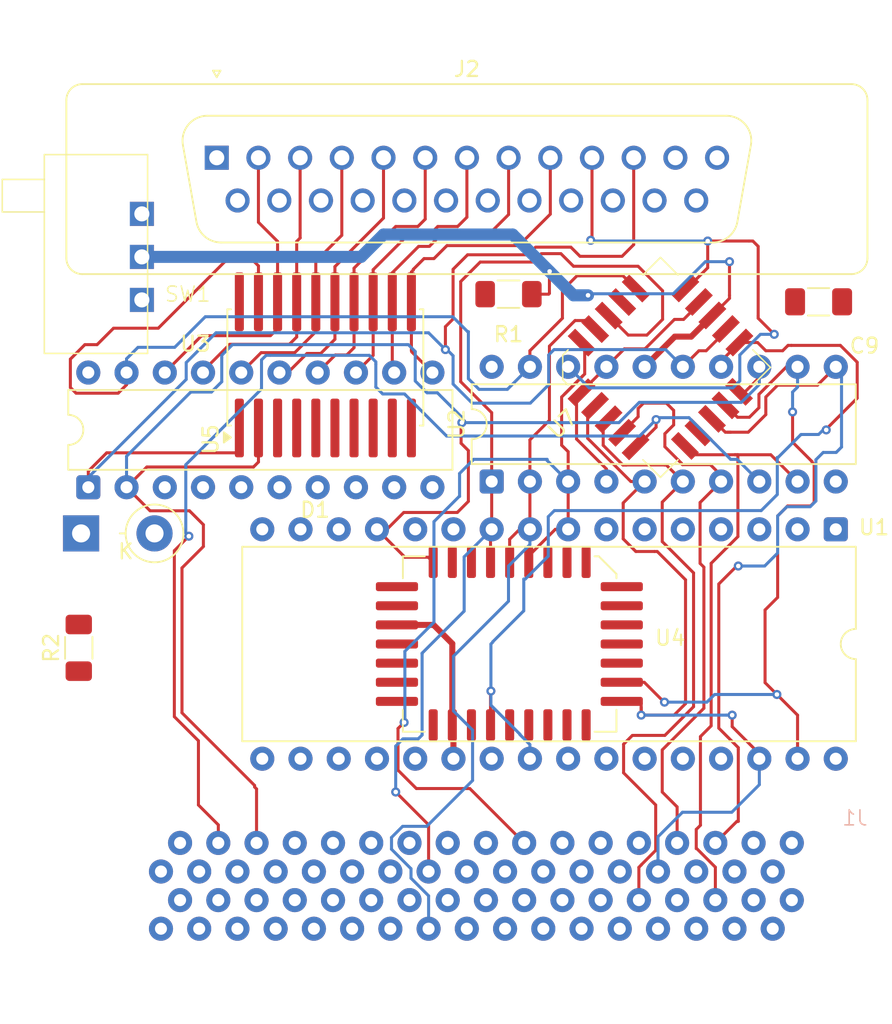
<source format=kicad_pcb>
(kicad_pcb
	(version 20241229)
	(generator "pcbnew")
	(generator_version "9.0")
	(general
		(thickness 1.6)
		(legacy_teardrops no)
	)
	(paper "A4")
	(layers
		(0 "F.Cu" signal)
		(2 "B.Cu" signal)
		(9 "F.Adhes" user "F.Adhesive")
		(11 "B.Adhes" user "B.Adhesive")
		(13 "F.Paste" user)
		(15 "B.Paste" user)
		(5 "F.SilkS" user "F.Silkscreen")
		(7 "B.SilkS" user "B.Silkscreen")
		(1 "F.Mask" user)
		(3 "B.Mask" user)
		(17 "Dwgs.User" user "User.Drawings")
		(19 "Cmts.User" user "User.Comments")
		(21 "Eco1.User" user "User.Eco1")
		(23 "Eco2.User" user "User.Eco2")
		(25 "Edge.Cuts" user)
		(27 "Margin" user)
		(31 "F.CrtYd" user "F.Courtyard")
		(29 "B.CrtYd" user "B.Courtyard")
		(35 "F.Fab" user)
		(33 "B.Fab" user)
		(39 "User.1" user)
		(41 "User.2" user)
		(43 "User.3" user)
		(45 "User.4" user)
	)
	(setup
		(pad_to_mask_clearance 0)
		(allow_soldermask_bridges_in_footprints no)
		(tenting front back)
		(pcbplotparams
			(layerselection 0x00000000_00000000_55555555_5755f5ff)
			(plot_on_all_layers_selection 0x00000000_00000000_00000000_00000000)
			(disableapertmacros no)
			(usegerberextensions no)
			(usegerberattributes yes)
			(usegerberadvancedattributes yes)
			(creategerberjobfile yes)
			(dashed_line_dash_ratio 12.000000)
			(dashed_line_gap_ratio 3.000000)
			(svgprecision 4)
			(plotframeref no)
			(mode 1)
			(useauxorigin no)
			(hpglpennumber 1)
			(hpglpenspeed 20)
			(hpglpendiameter 15.000000)
			(pdf_front_fp_property_popups yes)
			(pdf_back_fp_property_popups yes)
			(pdf_metadata yes)
			(pdf_single_document no)
			(dxfpolygonmode yes)
			(dxfimperialunits yes)
			(dxfusepcbnewfont yes)
			(psnegative no)
			(psa4output no)
			(plot_black_and_white yes)
			(sketchpadsonfab no)
			(plotpadnumbers no)
			(hidednponfab no)
			(sketchdnponfab yes)
			(crossoutdnponfab yes)
			(subtractmaskfromsilk no)
			(outputformat 1)
			(mirror no)
			(drillshape 1)
			(scaleselection 1)
			(outputdirectory "")
		)
	)
	(net 0 "")
	(net 1 "unconnected-(C9-Pad1)")
	(net 2 "unconnected-(C9-Pad2)")
	(net 3 "unconnected-(D1-K-Pad1)")
	(net 4 "unconnected-(D1-A-Pad2)")
	(net 5 "unconnected-(J1-+7.5V-Pad52)")
	(net 6 "unconnected-(J1-DREQ5-Pad3)")
	(net 7 "unconnected-(J1-A14-Pad25)")
	(net 8 "unconnected-(J1-D6-Pad9)")
	(net 9 "unconnected-(J1-D11-Pad45)")
	(net 10 "unconnected-(J1-A5-Pad54)")
	(net 11 "unconnected-(J1-A15-Pad59)")
	(net 12 "unconnected-(J1-A16-Pad26)")
	(net 13 "unconnected-(J1-D7-Pad43)")
	(net 14 "unconnected-(J1-BCLK-Pad33)")
	(net 15 "unconnected-(J1-LRCLK-Pad66)")
	(net 16 "unconnected-(J1-GND-Pad68)")
	(net 17 "unconnected-(J1-GND-Pad34)")
	(net 18 "unconnected-(J1-D15-Pad47)")
	(net 19 "unconnected-(J1-A9-Pad56)")
	(net 20 "unconnected-(J1-+7.5V-Pad18)")
	(net 21 "unconnected-(J1-GND-Pad1)")
	(net 22 "unconnected-(J1-D8-Pad10)")
	(net 23 "unconnected-(J1-NC-Pad31)")
	(net 24 "unconnected-(J1-NC-Pad65)")
	(net 25 "unconnected-(J1-A13-Pad58)")
	(net 26 "unconnected-(J1-~{DACK5}-Pad36)")
	(net 27 "unconnected-(J1-D4-Pad8)")
	(net 28 "unconnected-(J1-GND-Pad19)")
	(net 29 "unconnected-(J1-SYSCK-Pad32)")
	(net 30 "unconnected-(J1-GND-Pad50)")
	(net 31 "unconnected-(J1-A12-Pad24)")
	(net 32 "unconnected-(J1-D9-Pad44)")
	(net 33 "unconnected-(J1-D14-Pad13)")
	(net 34 "unconnected-(J1-~{IRQ10}-Pad37)")
	(net 35 "unconnected-(J1-+3.5V-Pad51)")
	(net 36 "unconnected-(J1-D12-Pad12)")
	(net 37 "unconnected-(J1-~{RESET}-Pad2)")
	(net 38 "unconnected-(J1-GND-Pad53)")
	(net 39 "unconnected-(J1-SDIN-Pad67)")
	(net 40 "unconnected-(J1-A21-Pad62)")
	(net 41 "unconnected-(J1-D2-Pad7)")
	(net 42 "unconnected-(J1-GND-Pad5)")
	(net 43 "unconnected-(J1-GND-Pad35)")
	(net 44 "unconnected-(J1-D5-Pad42)")
	(net 45 "unconnected-(J1-A19-Pad61)")
	(net 46 "unconnected-(J1-A22-Pad29)")
	(net 47 "unconnected-(J1-A1-Pad48)")
	(net 48 "unconnected-(J1-GND-Pad16)")
	(net 49 "unconnected-(J1-A8-Pad22)")
	(net 50 "unconnected-(J1-D3-Pad41)")
	(net 51 "unconnected-(J1-D13-Pad46)")
	(net 52 "unconnected-(J1-+3.5V-Pad17)")
	(net 53 "unconnected-(J1-A10-Pad23)")
	(net 54 "unconnected-(J1-A0-Pad14)")
	(net 55 "unconnected-(J1-D1-Pad40)")
	(net 56 "unconnected-(J1-~{SWR1}-Pad38)")
	(net 57 "unconnected-(J1-A11-Pad57)")
	(net 58 "unconnected-(J1-GND-Pad39)")
	(net 59 "unconnected-(J1-A23-Pad63)")
	(net 60 "unconnected-(J1-D10-Pad11)")
	(net 61 "unconnected-(J1-A6-Pad21)")
	(net 62 "unconnected-(R2-Pad1)")
	(net 63 "unconnected-(R2-Pad2)")
	(net 64 "unconnected-(U3-A6-Pad8)")
	(net 65 "unconnected-(U3-A4-Pad6)")
	(net 66 "/XCVR_B0")
	(net 67 "unconnected-(U3-A3-Pad5)")
	(net 68 "unconnected-(U3-GND-Pad10)")
	(net 69 "/XCVR_B1")
	(net 70 "unconnected-(U3-A2-Pad4)")
	(net 71 "unconnected-(U3-A5-Pad7)")
	(net 72 "/XCVR_B2")
	(net 73 "/XCVR_B3")
	(net 74 "/XCVR_B4")
	(net 75 "/EXT_STROBE")
	(net 76 "unconnected-(U3-A1-Pad3)")
	(net 77 "unconnected-(U3-VCC-Pad20)")
	(net 78 "/XCVR_B6")
	(net 79 "unconnected-(U3-A7-Pad9)")
	(net 80 "unconnected-(U5-A1-Pad3)")
	(net 81 "/XCVR_B5")
	(net 82 "unconnected-(U5-A6-Pad8)")
	(net 83 "unconnected-(U5-A3-Pad5)")
	(net 84 "/XCVR_B7")
	(net 85 "/EXT_ACK")
	(net 86 "/~{XCVR_EN}")
	(net 87 "unconnected-(U5-A5-Pad7)")
	(net 88 "unconnected-(U5-VCC-Pad20)")
	(net 89 "/A2")
	(net 90 "unconnected-(U5-A4-Pad6)")
	(net 91 "unconnected-(U5-A2-Pad4)")
	(net 92 "unconnected-(U5-A7-Pad9)")
	(net 93 "unconnected-(U5-GND-Pad10)")
	(net 94 "unconnected-(J2-P23-Pad23)")
	(net 95 "unconnected-(J2-P18-Pad18)")
	(net 96 "unconnected-(J2-Pad13)")
	(net 97 "unconnected-(J2-P16-Pad16)")
	(net 98 "unconnected-(J2-P17-Pad17)")
	(net 99 "unconnected-(J2-P25-Pad25)")
	(net 100 "unconnected-(J2-P22-Pad22)")
	(net 101 "unconnected-(J2-P24-Pad24)")
	(net 102 "unconnected-(J2-P15-Pad15)")
	(net 103 "unconnected-(J2-P20-Pad20)")
	(net 104 "unconnected-(J2-Pad12)")
	(net 105 "unconnected-(J2-P21-Pad21)")
	(net 106 "unconnected-(J2-Pad1)")
	(net 107 "unconnected-(J2-P19-Pad19)")
	(net 108 "unconnected-(J2-P14-Pad14)")
	(net 109 "unconnected-(U2-GND-Pad10)")
	(net 110 "/A3")
	(net 111 "/A4")
	(net 112 "/UNK1")
	(net 113 "/A18")
	(net 114 "unconnected-(U2-VCC-Pad20)")
	(net 115 "/A17")
	(net 116 "unconnected-(J1-A7-Pad55)")
	(net 117 "/A20")
	(net 118 "/~{CS0}")
	(net 119 "unconnected-(U7-VCC-Pad20)")
	(net 120 "/~{SWR0}")
	(net 121 "/~{SRD}")
	(net 122 "/~{EEPROM_WR}")
	(net 123 "/D0")
	(net 124 "/~{EEPROM_OE}")
	(net 125 "VCC")
	(net 126 "/SWITCH")
	(net 127 "GND")
	(net 128 "unconnected-(U7-GND-Pad10)")
	(net 129 "unconnected-(SW1-A-Pad1)")
	(net 130 "unconnected-(U1-VCC-Pad32)")
	(net 131 "unconnected-(U1-A1-Pad11)")
	(net 132 "unconnected-(U1-NC-Pad1)")
	(net 133 "unconnected-(U1-D1-Pad14)")
	(net 134 "unconnected-(U1-D6-Pad20)")
	(net 135 "unconnected-(U1-A12-Pad4)")
	(net 136 "unconnected-(U1-A5-Pad7)")
	(net 137 "unconnected-(U1-A15-Pad3)")
	(net 138 "unconnected-(U1-D7-Pad21)")
	(net 139 "unconnected-(U1-A14-Pad29)")
	(net 140 "unconnected-(U1-A9-Pad26)")
	(net 141 "unconnected-(U1-D4-Pad18)")
	(net 142 "unconnected-(U1-D2-Pad15)")
	(net 143 "unconnected-(U1-A16-Pad2)")
	(net 144 "unconnected-(U1-A6-Pad6)")
	(net 145 "unconnected-(U1-A13-Pad28)")
	(net 146 "unconnected-(U1-A10-Pad23)")
	(net 147 "unconnected-(U1-A8-Pad27)")
	(net 148 "unconnected-(U1-A11-Pad25)")
	(net 149 "unconnected-(U1-A0-Pad12)")
	(net 150 "unconnected-(U1-D3-Pad17)")
	(net 151 "unconnected-(U1-D5-Pad19)")
	(net 152 "unconnected-(U1-A7-Pad5)")
	(net 153 "unconnected-(U4-A0-Pad12)")
	(net 154 "unconnected-(U4-A9-Pad26)")
	(net 155 "unconnected-(U4-NC-Pad1)")
	(net 156 "unconnected-(U4-A14-Pad29)")
	(net 157 "unconnected-(U4-A8-Pad27)")
	(net 158 "unconnected-(U4-A5-Pad7)")
	(net 159 "unconnected-(U4-A7-Pad5)")
	(net 160 "unconnected-(U4-VCC-Pad32)")
	(net 161 "unconnected-(U4-A16-Pad2)")
	(net 162 "unconnected-(U4-A12-Pad4)")
	(net 163 "unconnected-(U4-A1-Pad11)")
	(net 164 "unconnected-(U4-A15-Pad3)")
	(net 165 "unconnected-(U4-D3-Pad17)")
	(net 166 "unconnected-(U4-D7-Pad21)")
	(net 167 "unconnected-(U4-D1-Pad14)")
	(net 168 "unconnected-(U4-A13-Pad28)")
	(net 169 "unconnected-(U4-D6-Pad20)")
	(net 170 "unconnected-(U4-A11-Pad25)")
	(net 171 "unconnected-(U4-D4-Pad18)")
	(net 172 "unconnected-(U4-D2-Pad15)")
	(net 173 "unconnected-(U4-A10-Pad23)")
	(net 174 "unconnected-(U4-A6-Pad6)")
	(net 175 "unconnected-(U4-D5-Pad19)")
	(footprint "PR_Footprints:PLCC-32" (layer "F.Cu") (at 121.035093 99.1616 -90))
	(footprint "PR_Footprints:PLCC-20" (layer "F.Cu") (at 130.556 81.026 45))
	(footprint "Connector_Dsub:DSUB-25_Pins_Vertical_P2.77x2.84mm" (layer "F.Cu") (at 100.987 67.01))
	(footprint "Package_DIP:DIP-20_W7.62mm" (layer "F.Cu") (at 92.456 88.9 90))
	(footprint "PR_Footprints:SOP-20" (layer "F.Cu") (at 108.204 80.941 90))
	(footprint "Resistor_SMD:R_1206_3216Metric_Pad1.30x1.75mm_HandSolder" (layer "F.Cu") (at 91.821 99.568 90))
	(footprint "Capacitor_SMD:C_1206_3216Metric_Pad1.33x1.80mm_HandSolder" (layer "F.Cu") (at 140.97 76.581))
	(footprint "Resistor_SMD:R_1206_3216Metric_Pad1.30x1.75mm_HandSolder" (layer "F.Cu") (at 120.37 76.073))
	(footprint "Package_DIP:DIP-20_W7.62mm" (layer "F.Cu") (at 119.253 88.519 90))
	(footprint "PR_Footprints:SPDT_Switch" (layer "F.Cu") (at 93.1418 73.9648))
	(footprint "PR_Footprints:D_Vertical_KathodeUp" (layer "F.Cu") (at 94.488 91.948))
	(footprint "Package_DIP:DIP-32_W15.24mm" (layer "F.Cu") (at 142.113 91.694 -90))
	(footprint "PR_Footprints:PIO_Connector" (layer "B.Cu") (at 118.872 114.803 180))
	(image
		(at 117.729 90.551)
		(layer "F.Cu")
		(data "iVBORw0KGgoAAAANSUhEUgAABjkAAAeGCAYAAABKltboAAAAAXNSR0IB2cksfwAAAARnQU1BAACx"
			"jwv8YQUAAAAgY0hSTQAAeiYAAICEAAD6AAAAgOgAAHUwAADqYAAAOpgAABdwnLpRPAAAAAlwSFlz"
			"AABuugAAbroB1t6xFwAAAAd0SU1FB+kGAg0kDsZegjMAACAASURBVHjaZL3bjixJjiQoJFXNPeJk"
			"ZqF6//939mWA+YXFYoDFvmxXVV5OuJsqyX0gqaqRU43TeYvwi5kaLyJCIf2P//l/+tCJ/+9f/8L/"
			"9b/+F/7v//f/we+vF9AbTBi3G95mGO5Qd0x3qAOG+DMIeJPjJmDAMQAYHAbAAbjHX7/9gwHsACP+"
			"CjOoGswMbvGbAkAcEHOQGlgVMAPUwGYQAEwEmMPdYO4AAU6AEaCmIBiE4ucIgLtDzYD83S4NvTcw"
			"M9QMY0zMOTA9PouZAU5gIjAxmBoIDHICDCCP12EmgAHP/zMY1AzTFLcrJhxgAgtBmOOzw8HugDnM"
			"DOQAEYGI4jXM4e4gIjAzmOMz5NUEIa4fGUDm+bvxGdQcSgCYoAQMVUw3OIBGhM6MBoaA8h4QGAx3"
			"wnBgqEOd1udhIpDH6xMBBIKbw9xgbnEQCAAAd4v7QR43kB0EB6GuI8Dm8X0BgAjujmlxzYwcSo7h"
			"jtsNwwxkQDdGJ4YQIy6bw4lATDACpiumxQdpzOjMYGfADa4KN8ejNfx4fuLz8UTjBjXF+77xNQZe"
			"c+ClE8MNCoeB4ET59573Oq+5x1ka7pgGkAs6M4QZ9T/O6waPC8OMuPcU/6zumDM+syHuDQNoefYp"
			"/xiAMSd+zomXTgiAH9Lw2S9cTQAAUxWqBnYHE8Ed0Olwjc8tILAISBgsAmYGOJ7TaY6hFueDaJ0j"
			"c8cNh8LBcHQATJ6fkdCJ8/kz+DTAHQ5ACZjwOPNCYGGAGRMRNwSEiwjNKY9MnHN1wzDHMMtzBSji"
			"8jEzhAkOYJphmALuuMB4Uj1Pcd6NCTccbzfM/H2KYwZhwYcInhRnKf5QninHMMedzwrcIcRoRBCP"
			"M+pm8LzORASnDGt5zw3ABHCr4VaHOYFJwMQgZogwmjBIGAbgtohb7IRGAOV71AvG53Y4GYiPWLae"
			"9bhP0xRqcf2d4mxa/iEAjTn+EIOIYM5wEEAMNceXGV424UzoIugc55kR8do9PhvM4jocX5rybMMd"
			"pnHvxB2dCBdHvKv45UTxuRAPv8ExEfnlZYa3G9TjzF7E+CBGB8U9yvjt7nmtIz7c7jAigAkDwNC4"
			"pgLgCcaTJc4pjvhKwDTPeOFgZpDI9xjq8Vf2iLFTHWZxLeP14vxyxmt1h5uv+2Nu+JpxlurnJP/b"
			"sPgOwowmAuI8R0RQALcqbE4IES5miCNe2zzOY551agzqAmVguOF2jc8BgOC4iHE1QWMC3DFM8aWK"
			"aRMAIg8IQ4wABXw4mgsaS8RXR8QrIphZ5JE8640ID4l4DCJonrehirfF9xZiPJrgYsnXiOukiBws"
			"GUPqurjH8/fWGXGRAAhDWrxXkzhHgsiJAoK6Ymb8mpUXMt8IZ6w1g6oCDjyZcTGDLM42MyAk6NIg"
			"zHEfzEAkuFqDkOz8pAbPPOyo+xx5cKpGzUEO4chz4Lgm9aREDmSQM8wAyzxiUKgbFJq1Q/zOswk+"
			"e0djWaWTMKP3uEeesf+eE+85cc+JqQomoFE8811kfS8zg1Nc97o25oC5RT63yLe3WcRLIjTieO7N"
			"IeaQjP2NGMICZ8Zk4IbjzvhvoKjvrHJ91idCcCZMMrxNMUwj7+UZqNy4rmnWm40YT2mRAzIGxOV1"
			"0KrP4tlFnkMHZeqNAFb1BxFnXCU0EUjGRDeDV23FkUOnGd46IyfAAaK8txG/R541kczrDrAZOhwd"
			"cVYpc4fqhOZ1ZGJcEs9FYwZlbaxqUNOoPT1quKhno8bxqm2aRG3gjsaMH48nntcFAFHPvN+Yc+ZX"
			"z7odDhMChGGZ3xkUsQERX9wM7HE+ql6mdXLjTFd9OjN2Vyxn5qi/HXj0C//85Vf89vkLCIQ/f/7E"
			"v//4A1/3DfWofdQiXgKZ+z2u/8Wc592hpnHNsuZiB7oIHtLQmHdO9mgmlAhvcvwFx7sKMVNADQ8H"
			"fpDgonr28wzlh7a8TtW3GAPOADHwuDp++3jix+cP9N4xxsQfP7/w8/2OGMkCImBqxMh45imfLYep"
			"goDoafI9nfb9BREMwNsUbzMwCM+sYYUIDYBksWGI+ngyYRAwQSveI3OQu+czSvFeHr1Gw461cETM"
			"8eg9JPsYqs9c18Kr3+C8/75qdvO8jhz1DYhgxLDMCZ73rGUcgBlMo7ZiRG1AHOdLRMDCUFO85sCX"
			"zqj/OHsEirqhsaAJR+2QMWLl13xNEEEtagPA8QChgUCWNQSyjlkVTD7rc2ZNEHn+YsEllHkq6nth"
			"jjOT8XRmnzfdMM1BTHHdhUGU+SQz0nTH8MhVyPzkiNytFrXGxYQnMR7Ecb+yzkDeD0XGZxH03iDC"
			"0HwmAYZa1EDkwCWR1yify1snXlPj2ppFDGSOfi57MaY4o5Q571bN+CtoQjA4GAZhQSNa/Z16nX3N"
			"HjHPDhEYAjOKZ14VAqBR1ZiAmWPOGXmPgCYCEPI6AdwaukSfbnUaKeo6c4/c6xY9c3Ruca6ytgeA"
			"YROj3rvFe8cFJbDHg1j3SRrDmaEwaPU0FPF+UvTUIoyHCEQ46skZr6+u0b9oJfj8a15reNYX7niy"
			"4Jn1ZNXVljX8zPsMZvzSGz57BxFjaOSkoQogzmWd1WfvuOQCMWHMiTEVNBWiDtHATrzyGxGUKa4b"
			"HJr3wd0hlDke0a+1zJ2w6usJ1KIGc9CKcVo9fHQX8IwzkZfr2cuTmr18YBoE1Thr6kDLvgEAxlS8"
			"VQEgaslWdcBqtRfqEr2kLSwh7n/2SPXdMy45fPXY9U9E8ey2rJmqZ3Hf/YDCd59ctYXn7xFFbslc"
			"6nnfSSI+en4Ws7Mu3L0aI/Lo7vEyPsyIibcZLmE8H1c8I/lZqq7B0U9XfPasLVYUzxxu2cs+ueHX"
			"5weuq2PMiT9+/sQfP79wu8Z3R+WJ6JN69ZIi6CKr/xHK3jGbGcv8PaZizAl3W9+N8/4KS2JGvmue"
			"vJPRL0fvjKwLGYXl0c51wDc8rGL06kXmwPT9c8j3X5hgnYOjB1ELnLD654WBZT6NK08r/1WPW6+B"
			"6pvz9evsW35P9cQH87q6A00Yj97QpO3PlfGL8rPScS4qh8dh1gVEUL7PrPxduTixnoVNZc0HAy5u"
			"uFpDbxHPiAPDDCQsz2viMoVHStZoUwfGmNC8FnycWwOy3ouaD3lPWxdIa+DWVm95j4GvEa91Afhg"
			"waM1dIo8Q6BoxNng5AB51PIHVmt57tn3M1F9wa5jEL9HUdxRxh8zWr9PGZ+YAytzj884Z+REs3gW"
			"OJ9rE4eKYVbs98As+axLiECJP7/GxDQFZYwxD7xaAPxoD/zj+YHP6wHyXc8P01WbggP3JGYo7Xqa"
			"AEhr8dyAAFWYKlw1cIzshQFDa4KPjw88HheYGWMO/Hy9cM+Z2HnGIhGwCMAMS5xEQJHfpgKa97zi"
			"pTA0Lilaa+i9o0mDOABVuJ5YYTwLXrGldzweF67rQpMWz+KcEc/UgNWfEBrH5xCPeuXBjEfruFrg"
			"VmTBFzAcjehs1o8mbz1DvoC8dUyqeVz/SAtI5CPoIJN2AYAZ0c7sBBTA7xs83u8U70ULEc94V0Be"
			"ERxWJEcg0WoOc0XWxyuoaxEXIPTWQBINB2XhoZmod/NDKwg5OYw0Ciin7yA9sgHJz6KuUfjCYZTg"
			"8beUSvuaZnAoEIPO65fB3d3gxgF20v73WOEQ6zUCPMQRUAPcGmYB0lOLa8W+gDVPYG9fes/GL4B9"
			"T5CEnBZRVUHDEQ0mLQ7LVtHh1UwyVuFrCS7V9aMCLhNwXNnIHWSOngWWMEOc8uf3z5hFYtQkuvKT"
			"wjIkrNfPhth0wqbCexRYj+uKB3kQxkvx8z1xu8VDK7wSHNZntVWkmEUiYTjcJZJsJiUQYKaw+p7g"
			"BTZTglNGDvMIePngrQJKMpkE2EGb4OMA5h8ieLQOEDBAuG1E4bIeMU/CCRnMoxBh2ok3gMZoJM0Q"
			"oBMVcPu9fNRCuxHkA5FvAKyaxji0q5G2BcTbcawsGvM8A1Xk6Yo/vgABSjDb3aBGGcyT7Mw4xeTr"
			"mVnxxbFep54joizQ8n56FhoAQfMn9SiZPMmDeLQ3EFXtpPkmIoMvoEjiABoBSv491i3wPJv9fI2K"
			"r5b/zyzu2SIxySP+wWGMTX/lmZ4FBjn+FqexriMfZxdZGIAS/M3ngmFRFCBIFstER0Vw+I4pfjQM"
			"vBB6JOS1T47WFyPfBRnhG7ll6ztHc1qFQfvbz+kq1n2RnPG9HSQMqeKQCVOj0BHez9GOcZ6A7nne"
			"PIqlvwM82eSxV59KcT8y7hZZWYGT8tkRBtwJaIzhAW7QuqeOxlH4uVsQfx4EGIMCLEEQN+aOW2ck"
			"cq+chGxsAthy03XFxf0bCBwf3HZTZ4buFs9nntNA2+Mv7vFcwJLI9iC7dyTA+q44ABxKkM2L9HYL"
			"MJzjPnKR48E5wzXPPOlKDAt8hkdMOsqMlmAZmy9xg1hcb/EoEiUL6QIw48xlHDMPMUDmgyAp68eO"
			"a1nPqwPC+T7C2aAkoBsvGMWxB4hB5hDs53SBAYbv/8tG1AtUrpxPQMtnrb4LE+HyEDCsXJqxi+2I"
			"b2rf/ggK+M9c6BbXPKsw8oiqZBwxi7DAU+RzIHHIFvFKB3EvFQ8qvrnl/fR1L3dM+J7PYVUzGsji"
			"uq3vwZU3CZIgKOXvOIJcY5c8u5kPHTtmZI4lEIR8EUgnwZRJOWN2nl/2BfIvIrSaUp1wVZB7PCuI"
			"c+SUQM5xbXYNVmcbIOcVv6oBjc9kcCM4cQpcKg7qati8alAKoFuLUAHWdUP+7OQBLXAkwZIFtOQz"
			"GucXILQQ5eTrmeX59/19vOoRfK/tK38j8xKfYHHWnm6OYQPv9saLG5gY9/sOEDMJgBWD8++r2a/6"
			"hDMnzSIi89mQFFhIElx21nYa8Y4J6KsGtvz9IAqQ+SsPR5DFGedO5n4d3dJk6YzPPwcaM4SCgGTv"
			"WYoQpmkKFg6BEiIekddZXxqvIFAO0p3gEAN6XUwrsp5W07PqohTPVG1kR56uHk7c0FiyNvV1Lk6R"
			"DnuJyjKXZ/fGdRYyDwbAZOdTtF7TMuZyAsucHYDlReSVu3bnYxU33OBKAEUeY4161y0ac0uRQeVv"
			"qjzqmSMKzKvDF2qLuFwpmHMPADeIu4xf2X/pEmptIY8kIMTuEDcg+y6n7F1IVz9X14DMv+VnQgjz"
			"gvDmBRSyO7ob+uq5N4DoeR67R/wjsk3gHoS6O+K/W4j9iON5qHhH7uhJ6pIZzMfOP2ZgUzTbdUKR"
			"iKjnr0QhHuf2AtABNHeQ5lkmgBG5m/O8MQwtewU5yj3N2s6d0Ty+S5xBg82dIGWliSBCkD+HyvXI"
			"uj9BqQIDCADrzl0lwoOFKAsU4BCpoVkIELp5XkOsHmARV9ixsAj3algJFaMyv5JnRRcADpmGIDNF"
			"UgvodkdjQrfdswKIz4OIWcjziDzPTI6GfI2psCQCxYFuUd8S7fpe3LNOjNhK5pCMdWT+jdh1Q+AS"
			"joXzJHaWcWALrsyDPEbWO0a+s4Lk7x81fOE3RUwTRY21ascEQjm/o5ttUFkT3zDegDRFnbqIFDic"
			"o3cnqvht30iOqGlt1RMV98xsnRlaYC8lhrOFhb4A003cL3D5yPW0wFckaGwpFvAqqIG8TzjwHqte"
			"7OhZaeXPjOfZs3qKDJ8cBL1ICFT5gGoYG7B393Uf6i3oBNwqh2fcchimTtBACIEszqr7gTGx7H6I"
			"g5yqHqLOFLKuMdr4kJsCptFvHs+Uq2dswAKg/ai/qfA0cxDbJgmC1ts14ErSB5ZV+bUwJds9Up0H"
			"eJBX1ddYvmcB4rwwpiRXDqxqXZISVh7ngizIAT/7/rP8zz7GV+wKItEpBJVcQHDllqWqpSUa2Kzh"
			"jperhq7rnsSqV52R+Y4PTABHa16EUQjBDCRV49pRF1WMxXG/87oxgyqPHGeCEYytH30p3KAz+g3J"
			"WGCJLbXEdJojxESrr6zawfaHTvHnvuE4MFnf2Kjj2/uXkLF6NUqyxE9sM9CWhCSjw412I2I1Jd4Z"
			"vUCRbbZ6onVN88ySb7G4m6dwMJ5aBsMoSZOsHeaceOd3GXNiWtTOXiKt/M6GqEvq2WLiBfpXr0FH"
			"IRt525c4aI47fo8Z6priE9+4dNZrvOK5gSzuLGeNsVJx5gp3gwmBm6x6cT8rHPct66G6Z6uvPQm8"
			"RUhFT2P0HeMrHL+w+iLvWULUySZA1lyNmDFvwz0HxhwBcooky5/MVRXn38DP/ff1RdkpmuyjmOd8"
			"mNgLOI+DyjnNUQeCsyglrwNTPXR+oQLB8iRvhUwom2z9e4e6QlUhZ3JJEsMdEGnJ+sZFMjXomBjj"
			"htlmnItMQSWOJD6oCjUmeKmiM8BNU0ydGKaYWRzXk+HOMI8yz1dhat87Kl+0xWocSxVh9F2NuEgR"
			"QzYNe9pmuoXiy0MdP91CedMARguQjVBSslRdUJUKoSk121Mce1QD3zVQGeqquEwQY92dlKc0Psgg"
			"281KKW2r2fAMeo5dlAkogZcNTmoB4wkozwRsmTglpJxFeDb8arjnBNRAGt/j6n0pqacJyBz3/cbX"
			"HEATtOtKVhQL0NSZ58j0IAUZJg1ELZuEAC9uVQy1LIz7AsjMgKkT7/uNn/MOYo1jwgYkySBHBRlF"
			"YJBmrhPqocBxUxD6IujGGHjPmQVZFLIxHRWN1gddCE6CsznOAMKBPKpOvOaIhjAV2gpPFUROZhyA"
			"3pVqXjrUg5QKNpGIAqqOMW1NhAQ2ZrtZLUXGAQ450TEVtOOLowBYXe81peHNjF73B9hnP1XLFCMc"
			"oNbyXAmULJQ9UxP8LCUqx2sg1GE1tdEQiuYiScijIRk5VeLYzH4AHqEKHBpNGYsE4HWAGnYUvWfh"
			"UJMcFfRbJVU76Yv6vqEu14pNWfhXQuWaBNKtyq2GOUidVBG6g4RA1GBgTHdANSaDCnM5FN9Y4CMd"
			"UxA5Gealzo2pvkYE0R1Pq6GI2BTK1beGgt3Wf2e8KcinZkjQ81ApAZimeM8ZqonWIHgAzHHmVQFi"
			"TAgGAMlC1opQs1C1qCcRapuF9VQ+JPK6EqlbEK2e6o6lVvI9SUg5JXcdCiddSpMEvYpUXmlTsgnI"
			"+5FkPJJMCmW3Q0GYzGgkEEJOXxBcsKb2ivAq5bAJAxwKzCjqYlJsxW21dS3mNNgEpgtGKqwKrOOs"
			"6kaCQgBC1eEtG86YjHlrTBNEARJTJj3gxYjrNS2gc00rxJRbKuTz2ZlJXgXgHSWSm8FSwcLEcD7U"
			"TKownVCN361Zlkl54rNXEBSxZCtXRYzhb00rVQOSamjLKVVzg6ofSirfkyOU58xiUmadrVWwEYQF"
			"wgImyTxoR8/iaPV8YRek5jNVY1nUiYDVQniQKtY5J2zOrJEOEPQgVP1QghkRlCwmHY/aaOYEjaZa"
			"xm0DAAWWmEejCYsGylMBO90wcuoAHHk38AZfqiZKdbzRntqNWoPWFFOBD1XcUk6XGM2lUopJ0npO"
			"AvCk1nC1yOd1XW4NZRWnOjNINl9qJhhHTZtFc5bvIZTxaP6nanwuLuV1kOHznBZSS5LesO52ndFF"
			"flTsrNo41XaUv7/IjaMhEUnSKs9uNhOrPU/SYJiD1dZ3Z1VAFUNngrxxf4wIIgaWFE+YrekQOaad"
			"ixygpeGnbMppIUG7YbIlmonBCYX6wF/uoKlgIny9b7xeL4wE1Et5VnXeSKALNamTk9Wa6m5O8BnM"
			"S2Dkh5L+BARKSV9K8FJUu5UgAHCNOqYzw7OW1kNlXBPhzjnF54qbAJVQH/bW8Xh+YLaOMRX3mPjK"
			"SSodIz/TVp3SElD5JikIMVnLDOYUPGj2OSmcilMazysVhccEbozOlATKJnuWYACOzpJTarTq6AUy"
			"HWDICdw4b9KnaroTyKgpCRyNMllOa3NMdCCJjjqjMb3Ca2odKVKhxcHXdN9+Lm4zDNcAfyRVoytX"
			"KDgnZ0r9vkhYtlAdFnmvcwsWOIIPJeFRjfnQbO4J6IcCFwgSCPmMaE4WL8Vwvoadz+sRu2qKjHgx"
			"ZYv4kiR0i9yL6+Gp+KxJkRLC0VKeRn6JXmmRs5oETPZxUhB0Tf2siV5awJ/Ua3iJiCrPEyAtSZwA"
			"oUL9basuL1GRazwjSn7QvEl2Va9Wcc2Bhsh7beXdkPh69o68meLM3jHl40TAcDgF+BdEFsFWINri"
			"I16q7C2QKaGbJBHHBjDZUvRv8nH3sJ4gaNTnuvrMmHzJmtcJZEVgHUSipjI166eKXw83XBTndWhN"
			"98aY8KoRzA7Vva/eZ7JiTgX3HrlMbTthcBIZBfi1AO1ENciROWHDtqgwOtBQzNMGUGlBpSk8s4jl"
			"ZA6jEERE7RAEPYxAWuBr5r+/KetP9TxSqLdlnpz1bSjua9KC8z3gSWJYqHLdLFxClDK2Rew83SPy"
			"ky+ywQigJO04a/BvPVSJaw7AG0v4SUtMhxRKUU4rmhWxWreIvgkp/SCVosyOc7vEp8c1og36rOfx"
			"nDov5KWlCp6EF6Be4lsmBeVkgR6q9l1rfL8n9Vk5sZe3GyZLnFed8bwccZBSuOgU/aNkD0yZa2i1"
			"E7owngW2uy2SA+qrnpyq67qvaY56tawhwVGf0SFYYUQ/L6eQ5hRSqy6cUi1cPEpA6ys27ynmmuyj"
			"KLh2vvRNBpz3g5e4mzbZkGzNKSz+/mOZ7/3MiRlj+HiPPJ+LvCcGsWXvfOSVYxqppiJxiFCKnMzi"
			"ftduvoke9xJgEMgI7gNm+XlSNVEn1cn3RApRiKbWvwu1fOQgLGHtFmxTTHOXuDZFsTZTIFvfzQzN"
			"w6FH0q2A1tTlikoHwbHz/hLGfyOXLKl3+yaoiftoiaFGlVV4yO4HCUoUUmnKfLD5NBSD63CY0urx"
			"65pQfc+c6rLjunNN5h7vuXGZqBPGeMPHyMmL6OdLwe5s6zfMkLhakGQiHFhJuYGYgRLPWBNJFSvN"
			"MO/oIXY/m+RwCc716NET51y1m50Eii+i0jhFwSlAblTiQnwTDlCJQQqvYt4Y8ood3wciaiotPpau"
			"yEOIOFHiARFBv65wPnFHm6r4+fWFP/78C1/3Ow5Pj6KyCvaJYPN9AXS0WCoH/sZc+qHIP+XF+8In"
			"YrZ/NJlvsjx02Oq2ONdZoHAWzLIvHBAM4BbqJYiiccNbBiFzR2sNrTVcvePqfSXJYXMVJpxjeKHA"
			"CQuBKvitRmtoj3dzFrOmCneDSFhWkAfAlx4zob7Nnw8BJQOp5vN1Pb5PCmyig75NeTBtC4EQrKYK"
			"eTWQBkU1sDFudKVS52oNl7RQiJWUo8Y4U9lPCHWxYzPmBt8A5xH0T7Jjj/W1ZUdj538rUkdtnQMz"
			"SwCTvim2YLoAxpYjX1QTxqVEIt9qFgKmR/nbiMMqp9hxytH2MXG/FRcRHk2ALmk9EuepMfCQJGK4"
			"1EnR3NUUyoCBXFPtmA8pqklxCAPCGSx8AK4QkqUAQqqHxrwx9A22uaw/lp0BcdbylgnY8WyMi1qe"
			"E4XagGmOc7rCTKE6l9qCCriwGh3OSQuyRQgViMdEuDjHst1CLcnxnOthW+Cp1oE7lBLAx2FjRsnA"
			"L4WwYVoARcvaIJ9JOUbJS1FmqRAn3sCTw3MULoKgM+1/77otYFLVTqpg0wzUASQINbBz2ogEaG4n"
			"GYLyteIk2aK5cQ8SAalwIxB6EzQKOx8eAzonvnIsUJxXDDIdILUs1iSUu8VHrrGmRAKB9fpV5pJT"
			"nJssrMMOQdNK51DuaCnMYsyUqcCNfKYtJlIs7XSQhI5IEA8dhpZWXq0JHDFePPUOG0Hf934BwV4A"
			"OMFY0PzCI+3ThBiegOmtipGWKlJNUtqczIynNd6Pav5ZApC3APyHFhG1x4zhoXDQ8c44ccEaA9QA"
			"D0UdnHCzQcVDfUBYSsiK47t6sp275kzFIAEix5g9wV1gsFRoH9fFdkFoLJge900TbF2WKu6roIqX"
			"b+gU5/xrDGCGkttzgqzioM8gOpwYJgljVJFJCGKxtVC3qgJJ/igDrwVOxGRFZwnbIIpzMaZi9QEK"
			"3EYYNfqeogBqMa7qS8lNYVNkM5VdEXunKXyG+h0ODGPAL7gHDVmkr1nGTwuvMxLGCBkbfEz4HAFK"
			"SQOawCUAcE6QQSksbTjjxEhboZHv7QmYRtwIG5SaDFJ1jKWepGVF2Igg1NAkxqSDRIjvX7H1fd9h"
			"n3gIJKoylkRp1BTDwvqwppNiYk7wbB29PUGSBXwC8aUq58PWsSKBHmPu7o7WBLN1XC3Io3tOvAtY"
			"zVhJy6qSvtVnYc9EiwDi/A7qjnuMIKkybnaWnF7AAkMpLasuMC7u6K2H/VEKS6JZDkCOS9gyQ7FL"
			"bsvW0yhATT0EE2Z7QjNstnLiMa3AAIClARIWTzHiPjFn2Kn89vGBR7twscSE15yY7xfUHZc0UHcw"
			"b8sUPyZlg+DRZeFUsWJY2ChZnjtjgSHOj+Xn5Bzbf6ti2IzpOo7nlI9JXHyzVaBojtIm0VRTtUjL"
			"HoprokW2XUGU02kfhz15PPHGzS80qfH6ACtC+JA1fE6nNmlhC5T2OgIKW5tV49hSX1MJlyhsz5Y9"
			"BVGKsnypXquRVw0bMh0D99cLBOA9R0wScxBIQxUv3TLTqUFGGBFYGpQ5rCbGSMI2Jqqe0sCtx7Np"
			"lnlKd5PUBN4YLhv8mlNDwKS2bFI9iY+r4mGS1WUhGGNc0dkZO+Zw0LzxJMYv14WrPyCXYBCBZlgt"
			"zNcX3q83fs7IewDhmbZaOhWv+w0dM4BsySaQGa1JXBNTvGdOL1BYEHEKEXrajHD+rvSewoKY2ODs"
			"ozQFVlMNd15Lz9poCRMO6w5axE6Ix6Q441JWh6QYjRguYU13TpLOrNsIBE8AzhOxXr1A1Xfq0BnP"
			"JVKpGVarIT4atuvSCU1CLvPOYYvDUWAvkmAuZSyA+oycUxpJco6sqS2FBFV71vSUuv1vqtsFDh7C"
			"KsvJlLa+G+33XiB4WLl4Cm6KBC8bQKGwXCMOMclb51LQjmDpYDm13pKciXuYcbasMRmY9yZdS+Xc"
			"WJadT9kH1YNW1qZhq1RwzK7tJgHOEnGEqOSk6gAAIABJREFUNnBW5I6kyKBAkprQ9+VpepLzKZzM"
			"2q1TQ4fEdynBg9omhnizp2XdXGIgy9craxFiOaY5Dkk7Nj56zNetGrMA2XHEYTffeCUd0xwU13t4"
			"gMBlodObhNCAQ4EbQiffcIb56s1hAQRz1iIoW0QNLGRmDaIo8MYznm9rMiPHFAlrlxGWVWsyM4lf"
			"Txs2EwFax9V62DSNifv1xhwzrP6yl1DTsHnNz0WcnwHb8sazbmUDLg6xTFhDO2aBjFWnrFr+u/UP"
			"pcUDH/ZORZvqigshYjjFI3yKSDIulI2xECeGIat+qfevPsIOpe+2L0rgd4m8wy5Qj2cZp6XR3yyC"
			"Qpksa7JvmMLtEGX4MQ25HCcydlDgCYrdg+CwUd7g3p6Y3hOU+VlYoi9wWgLORVoDi+CYK3/jm20V"
			"1v2ib+p/dmDUtFhZDKWlkq3Yth0tSBhwCVHKwsRsWc/zwuXwzXp0iezK1vKbZVfZzCYYnDHP/uZK"
			"UASLC0NTYLnFGDtOn1bfC4Cua0q0xQyHkFKYwRLPxPpsOfGNmhj6NkVW4O8mAMvWdteSWDZWa/oH"
			"BObDzpx8kfV1H4voZCA+TwmvTkss39Oii7zx77ZNQewfowdZP0b5kwSJEyinE2tKwdnjDx2C5nV+"
			"QrzjRbQc7go4CDba9hXRB5SVO4c1lGrYY9s5CfNtmjhccL5N2nrZVKWN91FV+zmBQEXN+RJO7Inj"
			"ilE1mcrrXACbzFgYJ74THH7ON5cFtwGWNlqcZJan80qQPrSIUzosRIP0oW/TE9GZzLTt9kVWWRlh"
			"RCIKoVpa8xExWm/oIjH9pzkRPid8zsBIKM9vvkgQW4HPceaAEsVhTWmUVX9MJ5JIYn4hCCfVbctY"
			"5JvldCMToFmPVcyzFDZkr+o1FUjbrnfOGU42a8I+cWIt4eceoqB1P3RNcUojXFdDu1L0RkD7er/x"
			"799/x3//+1/4+XrBExy9LRRsmn6NWkEDtJrU7f3mm4WusbWlCsN3iyPzbyRH/TtP9SqXNcuacNh7"
			"JC7hVJ2lP2wlAaGlIrJSTekEZ2PjGoWFMOPxuPB8PCHCywuO+QYz4fno4XHZohE8VebR/KVyOEHF"
			"Gvs3M0wFLKQDkXxlIY37QdupBeSS+z327Fgx6fH5damUYrqJlxcZHyw/ljprM+EBaMc1kdaW/RAl"
			"0FFjU6oTrr5GjmOeDkuNL7Ib35HX1Je6Z4/Qb0UuL78+EsG+3YcyTINdN1XYjD+bNImfn+nXXdZh"
			"kn64rdRTmcwtd51QevDOJEZ6k2jm1whaqLvHPeDmePYHno+Ox9Uj+Ho8GL/4B/olmK7rXnH6QpZv"
			"quqMRq3GnGll9wSPw9tfVfE5QoHbJB44kQDHVSe6CD76BeARfvDSNtvOLdS+q0h4Li9XS0SyMeNq"
			"QdT1S3BdLQIEKADPVL9pqcjXzpDwJzV3iAiuJPTMHSNV2JT+Mpv9TiGOl7f94alcU03YxZBTxI3b"
			"FQ8deCcYAw/w7GP5apdXfwLrBS5nECsLCBGJZ5K3jZRmg/Tg+A7kB2ibo3elwGm9Q3pc//JJR4FL"
			"CXDFDgDaPoQ5neWpxGrMeLSGR7uWYvZ93/j5euGv+43hGgoqKcKlRwxjpB9rKO3vtLEDamRbMrb1"
			"uD/HNIdwnGMAC/SZORnU8pzVgy1M6Q1+KAQ4yBI7lNoOQ2uM3hpEtm0eC4Mkpl3mnJijwwtEM82G"
			"NN8XsaNiGoG543k98fl44tE7GIQxJl7vF173O4BZ3u8XOUMzb9jyBI7aViB57tV07UiqXReNBZeE"
			"j+ecA/eQiMXXhXY9YEQYOjHGXAp9yiK05USWpf92efZWgVqlBOmVeIksu7h7jATyMrbjO4Czm5N9"
			"5jhBhcGpWtbTIi5I1o8e3pPvOaDzhTG+QkEkF3p/xGc2g40BnXEPHLZ85GExDnnJhY/cpWKimCJx"
			"HXRgjDuea3KM1kC9oVmAnPccUDUQNTy4Q1pLAUeq8lL+J0XUn/mcCqCIuPfIHR/ODa4cJEZONzhC"
			"qacak3RlR7OaSEm/0qmweQPjHQU9LjC3sO04xs2VglaWw0P8aY6WZ9U97JiECQ8JcqdsLN8WnqMj"
			"FUKmBmg0/dIufD4/oql3CxWneU4HTajlpIpbPLNpP8ipworpxwGdN1TvAOdTFKHc0GAwYTS/YtzX"
			"JnTc6aEeoOuVE2UVF6cZhua9Mo1Y9/yAXI/IwXPCcwI1aqEA0FL3tIDIaMSDmF6A3eEHPuYMQFw1"
			"p7Ms/V51CRJIw47jAuMpF57XA+3q0cRnzr6TxKWy1RoKvyegM8QAzECrseKY/gqhSahV3R3UBOwt"
			"QEMzUNo+uhpU4vq4GeZ94/2+Ib3j8fHEj97xuC68x42XK+b9hprjuiI/uxJ0TgxNoHXFsph6CDXp"
			"90lkSxXvTLC1VHBMQJOGLjl6PW74uCM/tYbZo+6aCcaXVYbknpSeEwQzrUQ7Ex7SY4IygbPuE9C0"
			"pjiVsiXm8Q1oFGjSRPDIXCfsgE28Xl8YY8TPNAnABLwUfu+yx8QGlXAof5/c8OvjCX48IiZaTH2F"
			"D/+MXQTZBMdnn/hyw5+pqDcYrn7h8/EAiDB8wPSdoIYgFwlA3fHFMRXoc8LGDcy0b+gd8/EIYQKA"
			"9z3w/vqCzRnq1t6BJkCPGOfMYf91D9h9w/N1OOssV8PLFG8vayMNu8l+5cQQgSTO/9AbNwGXGn5I"
			"w4MFfF3we+D18y/88Z//4N8//8Jf5U2NyN2BggnsvjH//BP29RPGjJle1CAK8FIE7gqbI75razHh"
			"kzf7PibMmhB67+AmSwXZc/cCmCDq+FMn3jMEBrUDpFT/WhNfWasHkKHoTHi2BN816qjYQ5V7q0hS"
			"/ciH+pnz+8bnovD4A+SwigTgc2LcA/c9YDnd82hhZTZyL94cN1xnNMAEoDWgP/AmwZ3T9uC4XjEp"
			"nAKCWqyU5NTeDZOTmmkpO9N2ktJDXVJUMkxXnP5mWXaqdGu6M3PQu/bRrVqrvDIYvfWjZhtpy5DE"
			"hComE+y60PsVPdF4A3eINZwYNzFmQGchSpO2VMvLlIdzmiztYEJFyuDWwLJ3OBU5XHvakNZHfli+"
			"4gA2nBnaOqxJCDzyWpYSek1+m8F1gHweRpa5f6CsQFxzwji2+E0IbiMQZY3nMc1ek0uU+5Ekp6Vb"
			"OkncUzE8JXvUQCxBfi35wHebWmagCVXrnROosbPK5shcptE35n2qCUik3YX5wufKlT5KHo7p8dZj"
			"f5eW7bCWRU3YnuwanBJMJwyRmAbS7KFqL1QK+Dx3fqmlUMM1pnWE4NLxs3UMaYvsKiGCpOAqdnEx"
			"/PFE+/yB3lrkuq8v/PEVdeWjx36WoYq3O0yiX8FhLUyOOCM6E48RPKXhKkEEHDOFCjh2aGkCa3VG"
			"JC2lltU00Td7c1Du4ZgTw/YkUdWEnhbjhRN4ikYggnE9oK3HfsP8TKOIh3IMyTNdExgngXISA4uk"
			"WJZ9ZW+VZ5lzb401uEjsMJw3XnOu/YFMQMu9HLULKcQLYRWulGcgRRt2IKmSNeQ30czf/k6Iobx3"
			"ArX8TieJUWD+tPK5xwLdh8bz25jX7o7llFFOKikyLYHHNMNYFqQhJOxMuJrAqgdzwz1DYBn2fmW/"
			"RstSSuHLqYMQooLqnxfZ6jvmBnYWThC3WwoGgE6CLuGmYJMW+F33qmrYkVP4nPWVnTa034gXLHvh"
			"xtH7esbR5SpyEA6UQkfnA5fJ78q1W6b2gGjUe9WnA7SuASeOeYkk4G/HqoDvLimaOz6ppt0yPpaN"
			"Wdljcn6PsmsrYZQv0SAvUqJcBczKwjIcE1bE4hhhMV6m89uGuXZc8CYF/Ximv03WHhOFMCz7d9hB"
			"eNqxc+ucIK01AGsfcOGHtiz11rTet+e5SA7fwiB8d84o4f0SE4G+TU2Zl5UwfZ/w+GYxnP/NlmJ9"
			"1eC11wyJOa/ptUMJ7AfJkTqSTXKsukX3LsPa2bRiQpIcic9I7qrsl6NzCbQm5rij585pHj5iMI79"
			"emYRsy2dGpwO0kcdQwGakRslsUkCQpCYuY9KXUCJUFDkCYaF3V1OfkHTJjMvn68dlZbEabhXFP6C"
			"oz73eUwkpnVyTTSVZSELBa4rgv64gjMIkuM/+M8ff+A9BtAlFzFE4iuCo0gOS6/1mQ+ArsVJBbTb"
			"uoErgGUNxMvf3Zfv6/J1tsP/Lf1AQ9UXxfejdzxaRxf+NtpCuQSMWypUM+FC0/dZDZhR7DYRPJ4P"
			"PK4rivkx8Hq/Ib2twiMOjKQiZVtWmQdIaK57fCeZpjknpkoUBULoVw9gtcla8qjIYGY51OICRi4l"
			"rpE881BiTc3Fkb7AHeZafkdrWRedPPeRIEiKbBFI41zY5ssbDnmN5hjB9i2JQ4CyrctaAMMEzKm4"
			"R9iZLSuDQ5G8VAcHycEcqp1agm25WB6p5NUxoSPVIvXZzwW3GmBUFK6xcKyUhDWybTgWN+b0CqcC"
			"TEjWpAiO3S1kji4BhkjvcCLcqpBHw+PzscionRwziTF9Gwcslp8ZKxmcW9Y0zwXcY/FOy+baYzmf"
			"LUuDAvAzGZaP2GokaY88eowQ+9TVqAq3tNnJ7weCNAnVa6ryZllhfPNGzCWJ3DYAfIy7eo6bgxBn"
			"qG2C6Zv10TdX8r2QcsJyeawt1ShlYf5oHY9cSFQjeSM9u/1sMJLI4ty5IKnQnEkCwiwJUFmeq6vx"
			"rXPJ0fxJaytZ4IhBloX2PSecKBjxHsuYCHucnUFLzSokMDO83298vF74Md6YqVSVVgojy0mjUDZ6"
			"EhW35g6WYwFblxYkAEcMKW9UZl6g/9SwJAvAMojYatRxWFRVIeMFZKzJGFuTOMyxfLFiA7hsMQ5/"
			"3TwHqooxRiyvSqIhijaHOkOk47o+8LyesecIwLhvfH194X2/4Gbx/XqPhY601cKWWzxqeS1lsUhA"
			"xsCBOXJpXXoSNwnwUPNeE8eyLSSJFN7voUIlp2Uds5Jm3odZy7Vy4SnO0WyWUOwRhT/muDHHXNMk"
			"dKi/6LBW8xoNrmfVwvJmJIlWi31bLsmqPPQab7SL8PVoIGJcjwc+ryumDZPcnPfAuMeafAsqLZrK"
			"5xXEfW9t7QKaM+zwvt5f+Pl6YeoAieDqsbhxqOLlodh5tCd+PD9xXc+w+dJQexbB2biBJEDDqdtz"
			"thanS07wnHtqfIFjOZ5eYK+fSowE2vPcWJ41nXNNNzWpptPXQuQizuOzSaqCM3fYXNZD0o7nKhvh"
			"twlGAjBTY7pPR3qZPzp+/Xjg4/HAo19orYMIUCUQXRAmfEzBtLDCbKmAZyrbnlCofjbgrcA971zK"
			"KHmmGI8eJRZc0AW4xDFm5MFWEyprAiBARFXFzVFsXq3hl0fDx1oYJ3i0IK041dtLYVTKfK9cw2sX"
			"idVEai1N7h0fo2EkydFa/Hu1Gft5MndDDR1Byl5XB7eWcYPgCrxz9WuMZWdjIwJYA6E+Ywgoegui"
			"o3YajFwy10RWc3hOQfhZ9JvjFsYtjM/rgX/++gv+8esPtN7RXowx3tAZ5GTPhY5ruWtOfLcUJnQh"
			"qDO2bMPPQeP0e/2+XJuIYjJYIhf8GILXELgbrtbw6B1EsQD26+14zz111YST4A9nzQc1fD4eeD4e"
			"IDBe9xtf7/daBr5qNT99p6P+kRSk1LJlsKE/G/7x66/oreP1fuPfv/8bv//xO973G+4aZHULYUVM"
			"ssyobTNGtZwyqyXLz9bx4/OJj+cHmCly0VSwlp+9rkWZ3Cj344TYwAXo7cKPjw88Ho94Ht6G1lIU"
			"wAKdjnHP9GTPRcgSf6gWJPe+YlyouiaUFIYbjCBCCygEGwicFjUTIIWI49E7Pq4nhBvmVLzvN8Yc"
			"OVnsYCFIDzuomKBxTJugOTDvG3/C8WwNTRhTnxj3wJ9//Y7//PEvfL1ekNbx2R+4WkfP2BMkkkNe"
			"jJsB93nsYPEgsXKBNKc3ZYF2rhNdGq7+QBPeZLoOTIuFqiKCj+cHflxxFkcXPJjw1+uF+x7RaNfz"
			"oxP+vmE6A0hqLYnsGdaC8olHb2BqAZJPxfv9xtfXz1wuWrm0g6QDLDGZ7A7VnLJNbzqWqJeax/vq"
			"6wV9v4MsbQ1GVwLbwFPSrlI22C4pvoEDdg/oHKCsAclDCUrjHYCABCjvSseOpyTY/dgB6AEoswQB"
			"pe5BLCXxs3b8MIElYr/phN53THhSCIhYWqgZDxXi8og2g8uMutkUncMyR2dMb4OBz8eFjx7X+Mtu"
			"TPK0oSn7wBngLghTBc5tKSvD1iRtoS2Ae9aY2ud2gbuBua36NpT7HnaGpqteFgmgbA7FGHcISXpb"
			"QJSvqWrJnX2W128NuGbPMeMapZJeJKbFJNX/TkGzleKTyZHhCpM07BgdgMZ7oSx/QRhzQN9vmI4M"
			"wC3stFpPKz9adXoIZmIRqiF3F7CsfVtmE/d4we47pv2vjiZpG6hpU906wD0Wq1rW4L5towIEYZgJ"
			"QJEfe3r+B0BEabMU372KFWIGWQC7PjX3tdDql2uBurgCesPGG24zxR9t4Q1Iy8OI1YDm1AZQ5L3h"
			"YQ6/HlHvugHzxnz/jLPkUSfrjPPljaE5pbvBNMQk7X3HPZaOL5t4RfOZi8cZ25w+AUjTRVgxtwCD"
			"C6hMkiP2a+TSd1BMlMwUgxzWTES891OMAR8Dnv7xaA3TDW84HC2WtGtajY87EdWlBAgQMW0GWVru"
			"uvuu7seizOIadOK1E5KIgNZyz57iNQb+er9w60zXCSx74Yskpj0TmJ1pYwkhGKf9sybZltPO2hr8"
			"umAiISKsOHIsTW7EaFa7SQWWebnq6lnkzrHfsnKFzgA7zQwzJyHpsOhcoG9aTdeUlbqtmZKa5pjC"
			"GM7oFr3UTJGw1T6anCxotKc+NUVtJSr7aB2UprnTYurRa4KZGUSS7iTRe43sIbV1WL9gzOlOkJPN"
			"NRlr0TtMjVjKlS8XQct79/CyIYta7CkCgcFc1nSb5WTI3vVaU7AB2I4kJzjJj3JGuVXxNW+oOR5N"
			"0C16sltDzHIxg3vPfXdBwI6cOCwio5wpal2Ap7K+SfZbvKcQU+eLWt/hy44uanJm2URHkVfpDLAw"
			"HN/7AymXOjh77ozdy8qLhBY+bH0Pe3HzjQ/Fgva9qwROUEsSLW1tjfZuMoD2LpV0DhLar+HHnh05"
			"bLnXlGLuYKs9FWXpX0z33g+bZIlvDJfB35xpLJ0q9k/sSZw1tVIESO5kKFEdOa/9PCg70DWpsvef"
			"WNVyKUgvO/Yg2DTi/7H3pSbd+ZhI0rVGgeEWO+IuDtcEmg6FYvpcuERhiuu6uW5HJj2n2JJIy8ns"
			"cohhFlz9wtUuNIr8ponzeVoYIwUBkzR25MGzzqPtBFQTRZ5keblgEMAewuYGh3g6adhc04+UVsrl"
			"Aiq1V8cUNh0yRtgUA+DWcF09SI6frwza6YOHXBC6xiHTO1iL9PBgGG2NVVJ+2L1s/FzgisOD//sy"
			"3T0yXYtLT5+uJoRna3j0C4+0mGrtGBOuMTwhbOlGAlfOEMsHzGLbfRNB6z0VHA6CQLyjsYOtdiHw"
			"35Z/l2++gFzS43kvKnVTYBA4l2U1iS3x7Qpg1cj3+N86UJQkR7BiTLwWwliBQanuLFXwuZTlO7B8"
			"kAu9ZSOeY7/FntJeIF8BQ6dChiywuBZiEgPSBdej4+pXgHpzwgcDk9Ou6ORWzoTMu3jL4tY9PPlM"
			"t1emq+8F4FokBy82uGktqdyK9t4bepOlPD22fmxCopT7Cf6GuqQ8gLe1Vljz9CR/CM0UXUPF6nt+"
			"dAHuci78WcoDX0oPkG/iou5jTeMAG6AvRta39Q+nMolTkZO2zAdxxcf4blkhHYuaD/V7LRqVtCir"
			"aYypOUJph89dAZUFAB8jkKq2FqAGwCCQLtuKqVTY506NZV1nS/26FrDDl8WYZAF0tXaQHLaIiwJL"
			"yuvWsnDefuzbp9DTm3ZZM/mhaj08MwvsLz/V5V2fiWWOKDQ8pz567WLxvTB3jctWglEFPxrwaOj6"
			"TDIoCSPJ5pdiGWcpNmaRHNUMVAOQ4L3kOLsmicXgRWha/nurBVNpO7IWNtP33UNmvshRKWIYFWvz"
			"vjaBXGVfUgWVbZdB9ygcx8zl5LXAM4ssMFgutOuJR79iesgM477xvD8wRyjnJGOitDxDSXyVn+Sa"
			"m6LDGk417C2K8Knv0nLnTRWrNXWUikxNn+fae7CXO2/15czpHcL2RS9VA2X8aOntXWTBTI9MPke3"
			"1+LCfe23YqI+U5DWunZOYY3ctx4N7HsO/Jg/MKeCmHH1sALqOVFUUw7jfUPnzCmqfX6u3tGvnuTy"
			"JrHveQdI9d5K7pZA7Ug7G3fguh74+PjE9fgI5XHZbHlZM7Wt8FqkOBYY3nJCqorcvTQMW82YCkY7"
			"FlP6YX1Y1xWHNROtucfy3KalrMotNPmdM7Zq7fuwpQzcihDLCaIqyuIcjhGTPwTgcT3x8fHMKZqW"
			"3tvbAtK0LIL2krZ2CnopagM3xZgD97zX88qLcBQItZwLLxvUPSK87CEPKwKsEXiDSMPzutATRI8d"
			"UTMB9FLpLzfyBF90XZNTKcg1/VV7uGY2W5ykfvnyZoMBjfPbWdAl8yfFXp+3Kt4eC8KR+bIjbFcq"
			"RnMqnep7cU6oluXE9/fnVdBX872sF2ph9Qi7okfv+O2X3/DLjx/x/D4aqDM+fvmIZ47379cOk6Xy"
			"LFVYiTMky2Y77A/S/uv0kCauvJ7WNDOmzmpysydBNmYIad5j7Im5zEUForTW8PH8wOP5gLvjr58/"
			"8edff2LeA6wOHzE9Splj6Kjvem9Z03La7hB+/PiB/+Of/8SPHz8wVfGf3/+D//7vf+HPP/+MOEa8"
			"QHgkoVzkollMPPceQH0R6h+PJx6PRzTmM4UouZ9spuhkKcT48HQ+RDOcE2Y/7o+4Ti3qXx2KcStM"
			"fccB2wA1Z67qPSZd5pz4+fMLX1+/Rr2Y00uaVmKaXT+h9m8YLhZ8Xo8kOTisvN7vjIEBbBfxU97r"
			"Zbd5jzfe7xemG/ghaU1gQCP0Z8evv/2Kz19/4NGDbH5cj1T0Rw667xtf//gV7/drTZiahwWLE9Z3"
			"a6mQvefAX18v6Jz47Bd+PD9w9b5ENgrDa068xgAR8MvHJ3795Rf0fmGq4vV+4f1+xUTjodgvOwBL"
			"kUU8ExPuE1cjfDxzIvN64uoXHIT3+42fP3/i6/UOAIkYwjWVjNhJMmdMvPjE7QOKidYYn/3CR+vR"
			"iOovAfACcW2KfC41oR97+TzBUOoxiXrndCYT2tXBEkT8e9wBEJWNUgInOMCXstklz6X1xEmgpuhk"
			"3BEPsC0xQ5TRMr6GHWDseIznptHZk53LhI9ph8zNvQdof98jnBJg+Pz8xMfHJ8gJ7/FbEBVZ+7gD"
			"NiM3j/xcVY8Q0zebPUs75ZqSXr0PybGQN+v/WTnuwsfzgat3uDvud8SnqQqWvVfOqCwfc7dY9lC9"
			"ScSN9Eu3ynXjxtSB3jo+SnCRdauZw2YoWxk5Kc3lm68LK/BDOMF59l73DZ3bkg4kKUwJ6+kuDSwp"
			"cJgj6hMCepMQsjHl/sMb9/3G1Akh4PG40K8L5o7XCKA93Ava6iVUbe9ZSsKievhSaUsCULH3MhTA"
			"IXLiY6E3r9ecq57ltJUtUWWA8moh7lHTZWlXuamlO8LrvnHPAZGGq11hb5fg5fN64OPjwvPxQGuE"
			"qZ+5ibamVLKmVwWEktiKGqmVRZ4q5php45MiqzlDKMMBHnGTNQVdbg/hzs1rolzTfq7EXmF7GPeM"
			"QHiPgSYhBKjan4+Ji+o/dAy4PuI+iIB62/GVCHMybjIMmrlzNe9jXX8R9OxPYl/iSOveQ93su55c"
			"9o3ZTPYeZ03dMWwgeKGocXCs+QiyTWGIaYtH1Z4SlqvTHfcUjEmwecMc6L3j4/kMgloj1pTQg9My"
			"rXAb5mWYtXrjmuSUsl7MeFoirDkHfkJxD0WTcKwQkT2hn7XwieM44djZVfUtr32pE4qGGJwUEpjG"
			"MnFLkQqLg+saARC0ncclBbD1XKWIpfC+Rw9sJgTVEzrDAjZOpuVnUGhag7pI7omYICiuFkIL5gSG"
			"8+EtcfC5x4lzR14XTqGUr6Xii+qovYhlVWWxA+2tCs3vJKwLxJ1zhnACjsFXkte5XDvxgMIrK65O"
			"n7lgPnGD1NyFcDcEWXtPYFlX1X7JsOqJz7Ftbmfu1QE0xNT5HN8edbq7B+GS9ndGtnZu+t7PHlPM"
			"idsJh3CpLNzTuCgIt6xpJk73Fdk282VTnJbjtdM59kpsn8HK26uHSfxz2VQd0yN1dquGUNq2o2uX"
			"K2Etu7aazEvyYZMckdtlPV1WsPsee1ht0z5TODYxEBFStg7xvayemdZEW2Gv5lvcuXd8JAEX1ETE"
			"TGy3o5rek+VPEQRzYTqmN9yvHGbuEHGAFHjr2n8pQsttpyxEaxJDlwtFiOSZa9fIzHUOiMXwbmhC"
			"+Owd8rwwx8AcI9wG0sa/yCoywlwuDAJJpyDfm4iyZ9n7imL/jq5NqssmH5tsc8rPkvdeah8RA8MV"
			"7znwzt7QqKP9/PrCPULlKY1hwodKntKHtaCxZBcJuSwyizLztcjawLEQ9xj3PxWdhRtGD71NnErX"
			"yzlOfDXB4+r4SHJjKXt4L7ixWvRie6dEDXwJhVd4AaAsiDFLn6GczNH8PFIwdnBacCy5I3yPw9Ry"
			"82O8MQhQCj/4BK+4CdAEJrxsezQXfa0F5BQLy62WD+W1jKZM43lvZQkUuxq+bxr/bhNFTKCWyZRq"
			"NE5jNKwegyMR134RJUtlRimDI5iox06BkYCzairta9n2uSCOKBb+MeeYMgDN5T6IZX/n9ECRUk6y"
			"mNxaOE2gJNrC31eOxbSc431rMbn7UjV+qzKY4ZSqGaZQd6UpBmVwIOblB7hUqMzpQ7gVNjgWoa5r"
			"fnx/rGQQDzT5XnTnFuqdSqaclkVrRLSUj+mLGmzsYfF2IoXJrFJ5N+oB3uYIZbDHqQQraw2WteyJ"
			"lGOqqdb1+Gam7Shw4AiFphkYOZ3y5dNtAAAgAElEQVTQ028ZsZA6dskcSyrdtsdlLvqVJBcod9tI"
			"eTXmlIoxQ9f0DuBynNEkvMr7N86MpDoq2HJSzsVZtpatk8seq6cNnnkt2QPgcpyHVEy0q4UCL0f+"
			"gyzM+61Ykzvuh38uAG0xft9cspBuAeSn9RuRLYNgrSWWZqHCo79PBfDyR6aenoc1peEE8fBod9qg"
			"MPA34K38803ye28AjwsAz8aUEMt65dHXJEMl4DUua2FtRVdL2649hhyFEYO4g9sFtJ5qBIYIcF2C"
			"Vkuw09KIc/lvLebK0i/siw6S4ywIyuO4PpQsAHaPcGqq2+QkFblH+XLYAxTJUeCA5TQTrzFS/zY1"
			"BwJIJ2hIgIzZFJ12gasoqwWfx383q8XhtlTZlItYS5HjBHRTPE2XZVdrPUaojzlc1/Az15lK7PTX"
			"b61B2iYIQkQoSZhr2nrdMQXidpB9ZV9GaC0I7XY9QElynN6qTJugLSvFWKpKqdqUBSLX3hdZMbRA"
			"e0s1im0P2mNhexDPbYPgtheybjZgW4LhUNqV6KGWUe+dK6e3anpz1z0WTkuPmPzhVIv31nM/zvZe"
			"XY6bVXDWThF3cBX1kmSwJKEyB+7xhh5WAL7EGZH4Nox/LOj0w2plLYzdXrPLSnKp0nwB+bXTxrF3"
			"5mABiHvKZokl1rTqEcdLeZR+wfW8UlpNMggXB0DuFHYvtypu09xfgbUot+WiWUlLAFlkWBAzlrEd"
			"h3+1JqFMvCfdJAmnEoGsPwlCNRE8H09crcf1fQrk88KPg/Ai7FronGrEWiouSaTztiM4iaEDOC3y"
			"7rSndE8S2moSpoGxJ8FGqVV5Ww0QAG6M1joejyeuq8Pc8fz5Fx5/fmC8b9A0YIZKMhbqRS1MZauY"
			"k1QkvCZbPz4+8V///Cf+8Y/fQMz4888/8V//+hf++M/veH29lnVrKyvTZZNauSEJ8AT8OYHHAO3D"
			"ZiSsjHDEiloAHip+amlDJzkJKgJL5e7QEYrZFvYrcxh0GuCl0qNlW0AHCVr/TefEfb8XOVnnY3rs"
			"RRnpU43Dd7oz49ljdxQBoXwec8WrmEhrSXJh1f8Gw5w33q8X3mOEYjdJDDfg47df8M9U+TfJ2J2W"
			"RZI1pKpC71C8FjC+9jXBA7BNFb2b4/V+4a+vn1BVfFyPmLI7JlHVopH7eocd5ONx4eP5AWktSLyc"
			"+CzgDivebjuMUoTrfEM1FNBNGB/PJ375/AWfHzEVZWp4vcMWbgwN3SMHADfVAjwecU9vvfGebwwf"
			"6E3wy8cHfvn4jGueFg4hWspYINuvvAC7mc81e8YZNLj69jkXXmDtPQdunVGTcRF/tJbIgo9dcikw"
			"aEk0h01dEv22gT6RAPGbtNyVvCdoiTaQSMuhwI+VxTtOVL3TrwtMhPd94+v1CnApSYYSYlHuYQmL"
			"s8ix4x64x4g9j/Wslq/5msjzFddruTjXJNRBBlesZOEgOT4+cF3x/mEjdsckc/bjq4+mBHwOAkcO"
			"NXERwmOOINXmxKN1fHx8oCUpN8fAnLk8VcvyM21dj51RNW1eNR4cKbAZS3VcvYIlGFP7NaWH1cw9"
			"b4z7HdN7reG6LvQmMbU5JvQgD3oPt4U6R2GVuy2W1mL7WiALrGWymvstW4rX3B333BPaZQm0j0Ta"
			"R5Ztj2OB65w7Rr4R+XNg2vxmxxXnsofdX1q/AQC3bVllamCOya5Hf8Dc8PnbL/iv+04HzMAG7jvy"
			"EXFMrhfZvHaB5aRDKfzrGZg6IY1XrKLDT//vtbOnUKmmDLaoS5Z4ZEzF+32v+ot5W+FxPrvr7OSW"
			"gtqdUsKRUDQrxn3jHjnfkb0Y532oOjUmKxWv+45YnPXF2i2aBOjVUnC29jLENPzQiY/3E7/NsUSK"
			"e61fOUUYLm7hOlJE6bHPNiaII/eYGXpreCbJMVXzmfdFxM5DLMlpbwbHEoB57pO4el/21ed+1Dkn"
			"vt4vjBGkWO89apB0SViizJOQyzOt3/Zt5dnRAbXYb3u1JHEsRKszY2mJ9pY7Tjph1HMVqv4kJXWf"
			"jyahFO/9gsLxY7zx1+sD99S0577WPrZRpG3v699p5lfJOqXcOzytsiSnrwrTWcvkHf/bdE8R75og"
			"MIuEnbMD/z9p77ZdR5IjCxoQsUmpqvrM///nVKZIRgDz4LgYPHb2eZhaS52dKYncjIs73K5/fm68"
			"ruWkVNHoVF3rRsZCQxBCtbPeO/MVM/75WgI29xvnfeK3M8neTomLxE0ZoZwJGBnPdV0/cM+z47rG"
			"d8Sgrj7VFtJCBOdteF3Xiq87X/jQcwm5Qrx1wSomb8V1evVlrZj+OKvpgfPQOudl3LnH/TxCCPWh"
			"CrUQMIWoY8VaLmHlty0hhkUizxm/110g8a5nP5wt0VRiKjeBHynvugNPtMR94t2rc5x1Z06usYeG"
			"oy24DTfnXCdwQNeUmbckPnGc7B8+gjQ+i+RYuAPudj1V323iupKl5D7EVkfOCMGBZYxXrgOXrThl"
			"iOH8kBVnfArOT60Y4jxnS0bO3oDc3QeN6B5aQipdAiE4TtNw/YdD8qX49a9P/Hp9wM3w9ecP/vv1"
			"hfv7a/WBBkkkEiRdBqbquofLTRczcLbQJpYbxfISHAJk9Y8l33Rou2hWd3QSHXHuFcGX3fjr+w8+"
			"v9YafP73v//F9xUkh8aDES9HgvCWB2pfNqIsP7Nkx8Lh4Q5ye2QhWhx8qBwIWEUmiu7fWLEEGVGF"
			"lVn++cKv1yfOV4MsqRrLBgrPjMcbHX2SDCtWLnRBFrYWZKkcrxgQkzEKRlSI3ffEJIRAfUEVdpss"
			"cFxxRM5nxDRFEXLaB03I+ndIvGhhj4ZVTAJkNdRLkQ7of1rkAMKn7UjDhRFWqItzZtHkj/hWrlfg"
			"IifshdL954bE4c2D9b8TZCqEPX4kX7lqYvlTyEoT9MjwpSY/KVtdWLU0ImKKRvN8iwvkTTb2ls6g"
			"NM7OjUUsTW8SAJGlO6WyNhfwLFI8YhTrra99HetzqXb2H4RL7tvdA1LalrNE2vjqeqxnw30B+jLv"
			"JTgH0ddx+s5npQycEgcgQ/uLLCxucd3khsb/vxxjHua9XhlMHPcRC6mn9TkOLp7OKislgUtmpEbW"
			"sQpcInpKbrhEbjKV/qWFT7hNDdGUlGRWALYCwyUU+SaOW6mQjXp5Osqo3xGPawD1VSYq3spxyTzV"
			"sD0mcO+gYTZtoevZcBVYLJL3AdxqoayqJj6U9iDPO2K4T8cdhXwafQeeQASVWS9FxFI930eXBnoA"
			"9tVZkyoKDeIyukOkyvv68HSXk80fpZmrP6EJwFscKnc7b8KF9BOFmJFOWAWWCS85sOzBsUGtFTqi"
			"9RSR676eyR/76QKxcw0ythzu62AoDtV1sLrdYGpViJffU2EwFRxHlNI7WU7zHZHMy+5sWTNbPQ0Z"
			"cXOccF1G5tX/Q9clOotWBkOrVUiQVQSX1x6n8IhUghykHkEfhr0meiqvx8r29CYWO++XnEauOHAG"
			"mXuWigtu0Sfla784FWcoUBbIEIq6Q3FTKf0qtlUoXjj9Bb9ewM/PiviIgybgeGXpfcQpSQw3WTOU"
			"helCGZ1yGzR6L1YJaBby5ePYjkMl95q6Q+5ZNgg6HJ8ZRRZK0iTcNDU19xWdJChysEvnllMz4y2r"
			"MDUjEqtoMQQXBE4z8F8kQRYPVjey1EE3B89lRc7BHzhfZ6jk1rq74h0jBqOykCX6PVa0VSVAywTI"
			"MmawVNgDPJulnBbhwuykzCgc9470TDt0RjCKzJZdhz+rdyXJhuWmgS3w8ZWqYwg0DvbqN85QaeXP"
			"q6I4bZF6R0ZgqazoT7uKfHQiOQ7zEb93HtoiAaBiL/MXshD3OHBLZLseB/RDIfaC+rxG6QLra9Hq"
			"65Mi7YxcIxXGmOr32P/zmdEQAum1PlPmkIsI5H4B9wsvj0gaaWt9dqgcQSgc5wmF4/MF2Ifi+v6p"
			"eJMz8v4/Pj5wvNKpmaKGFHesO/fx+Ynjf35D/89vvF4v/Pv3C/Z54vj9C3//9VdE7wWwTwXpfF0z"
			"Vkx6k69iRjXHxxqKK1/4jhleDuA8UxgR6ryYq267INcHjiB0F6gLHHfE5EPLWVTAKpGUEgThYYbj"
			"+oVf1n1dBXbFQf2m+UZDDf9R0ZxN6iUZoKH+TQdIzhQecV7f31/4+v5az2i6xyD4vZVRTmfzWote"
			"AZKeAaJl1MBlVxPtR8Yj3ji+/uD4+gUzW6BxREFquR4cn9eFX9dyB73O5eZxAHpdOI3d0aB3nmNh"
			"HV9ff/Dn62/8fP8NtwuHrmfn49//xu9//w8+P38t8ugyfH9f+P65AsA4S0CwAPL+9efnD779Gx/n"
			"gf/517/xf/79H/z+/LXeu+hAE0eXMZOirxy91wXcgg+cq6ssvtdld5F7K6pl5fCnEjRFNevPSL9r"
			"8X1h3nuvJ7FyD5Ai3Ymp6De7i9iXKuhd/UbVxeC0RpNw5TgPHOeKj/j+/savn++4X8vVKqMINcOq"
			"QsH7c0c3jo8omRLwSPf0ZPRtkxz9/hSRG793RoTD6zwLwE53W3cHxbznKwLqjn4tYQfgcYardgF7"
			"f76/cF83Pl4v/Pq1SEAzX66EKyJ2zRvkjnMFF/aWCzRevLpv3iq/+45OQaQD6gPneYRLb8UWwR3n"
			"68DHR/TnpeMlex2SHDgiNic7UzJ6SFvMY97F7FJp2lbxMYeGO+L6wY27ewmH+E4ICPcR8cxpCBWX"
			"kvGB6dhP8u1juTauK6Idb+tnvkpfpcQvAsG/8hpGQfyKn73qeT7PRZ6k+6g7PvvZvsP57G5NcmjO"
			"Qxh/rwVYHX1c7wYayFtkziIxcm4V0Y522fdgcgWDI7xV4Z5inhWinpFpKYyQcFACMgiGcrmXe6Sj"
			"1oSEPjkfXfeNf19BIDNGRP2OYo7P8wO/f60127OHQzy6GSO54FrrXDqxjwCu77heqkmw9nuZkUGS"
			"YqMo6T3PE58fizjVEn9Jk7T09yEzBaVU8Lnv1wzk5cTJdSfdc/e9iIyP16s6GlO4gohTzjx9j/2t"
			"XOa1xnkJUCpKPIRGx7mi/H7uC//Plc+qrpi9KJFfkbYS5M5ZYoIiFbkIu4D3jodL8QavgXc4UVD9"
			"FhERFOcy0dXJ8vWz+utGWkJ8Niey5EjyMjo57vocUueEdLRUsXfu0RkJvc25ScDnz3vdV/UfZr94"
			"RoRdEXm4SI4lWMnPIQ58hKtKIculbsvtfssdlgFpJ2BFoqF+3lf06q2+w3Xm+fr5hpnj1GOl8OhK"
			"xFhnWK/kBJfVw/fn+oFeP4BKOTxxaJHrtW/JSstZLomeOdMpli5OI8fGHYkRTn0Yod1aM0iSmOH0"
			"OQI3UTMc4VwUStCpc5J0n0dZXqjD7sBydWh13Ulhbme6AblLJyPmEtYop1hgvt4pGvn14Ms59f29"
			"iH3AccmFH/zgQ84gIT+AT4FcZ9wXC9egwk2Ay4F7xcO9MmYy+3zd13XwjyBGEIlIvnCIXyd+/f69"
			"PvLHgeu/ji+9IV8/gXn6iqxCprLcS/C2gqdxieIHju/gGurhDSL4vi+ot9N+CfET7w1RfI1e67x5"
			"BKH8Yzf++/X3SlU6Dpz//fuvZZETijjI8lFg/LpDgXRjMTD9Z8IqFFnGd/17l71orasJG1n3cfii"
			"VA7xGKC08uLlyGfIK+f3tgR6GVhFbUoeinGhghlpvJLy1VDsUZemy2Dq8oI6Fc3lIahB9uiK0HWR"
			"04XXhTcCywOhoYMcw7nSn63tSRWPk7a+KrklxUQpE7uw504LMEcT7QVt+0vPtk3iOlrNFhFlOTRT"
			"6ViVHOfnr1KrtCIqHVBR9ySzZNJaqXTNc8FXomgoQ6dIjsrUTPCXrl0O+FpQEgE7LhVCN2xsWdgu"
			"0sA5ud90+/fM7ysibLAg5FBhQkr6+SssKZxTd3bcoAcQ5UUy88DVmyAJAoDvryeZ4jKvoPThXeg+"
			"ZyxMXX+vpDqoOlwsch5v3BJMPxUYOT04uSg5AeaCzm1cLrsmDZLh9e199Cha9PT9SaxC3u6wBViu"
			"zUpZ9Vk2Q182zCqb6mdAmWaqXpUAruPgO64JXSPJPy8CP9am76fijgdk5eDfXV5Wa0h3X+iIngs7"
			"peyFWL0uiHoRb9Wt8ihV64PTsHolDMMmpCgiPu67HBUZA2Tmc+2IDyLUqURGScAviEUJvUY0jS5r"
			"7x3EW+VTWthp3R7A6tK2ryzGVMi3Uj/eC7OOxUtVk6/n0oLcE7+jSyU6DfJruUS83CL+ktBHlEom"
			"YamU0rsyxtPZ1EXb/NSn+VScHFHSTgVQf42E5XM5ylKR4mFJVhyyCEDJt0ccrvFkivU6FMRVZjXf"
			"Hiry7Fnw+BwwXGK4jlS1AIemO+aIgU1xSRQEcEGfdLxZPVQapF2utRU9KWUvLfg+Di4jz1TZXdFr"
			"oytwi1XPlEu7PFd5p8GPpH/zMNw9QDgQ1y8iBH0RdMsQco+FSgUwtcjORhNmgiJQK5M49nwVD4sw"
			"sOJIw1Em6xDnHwp/HavwOAQhi+QOZ2JEkcAU/nOH2CPWkeBTRpftAZhJl7plqR267NMEVXyn9XzE"
			"OiNU5qlNgpQrZJspjAoPs6wPUUR4KFoBF++Txp24xXAdtubBlX+4HHr5ZyXs4EFiKlZu/yUGK/fe"
			"KiG08Vqt9e47BAcaZLGrles3if6Fz9jKmEWKRILHNMCOWL9l3cf1nqcKs90ZP2qNXaRowRnkr+GF"
			"4tTazWPq4UbGmts8REPq1esh2jNhxoLdCojcFd16K2Afr+VEvaIkWBV4fcA/XqtLIUifK/Ya1zsE"
			"FIJvuWDX37j+VrzuD5gZ/hyOn0/FfZ8tFtEVEZGRbhm/6ma4IaWSqziZLDTNi+tSrhYLQZgocJ+r"
			"N1rPiL7N+UH63LCeawNs5ZULQi2Wc3UQ/+vm2NizV1507AvH2nAWcaDI3awBKl8ip3iAb1lqxEX0"
			"hqKV4niRAoMCnR1mUbZ6xt4n6/tgnhQqasl9Dol6LIAC0U+Twga7w+FZDp/1Dv244pbXEhep4s9p"
			"uNMtHfPqpQo/P9bacx64osj3x9cam4p7qYLdID2CNMR9w+TG5V/4yZP1Ibg/Tvy8FF+HA6fjPBT+"
			"UuAU4Eeipy0Pygr5AI5LcdoJu06clwL2Wn07v3/j/PdvHJ+/1vpz3fDrpxWzVHQbdT+4zHFdB/wn"
			"+gt1Edd+KG7LcmiNw/AL7kdMLVl6vv5ppNKFKXBrkQGo3jeF4KTuO19RT4eWaxh+LGKfXA6rewOr"
			"kDzdptKRWS6dgmAxuF+isPO1VO7HKhLGKP/N6Gas7//SMcLZHu2oUqCorwbP2CcW+SnZrZdza4DY"
			"pge+pYU8cgjwOtc1+lHYfUWnSoBwdi2HeDj07vuOagpZ66pipT/ICf9Y78n1ccCPeLeOA3YKcMUE"
			"FO9ARnV4xqK4tmMipwk7oheDzqdZRB3isetYrvwVjXUAr491b88D/nrBD62uIfjqYllzyIH7OEK0"
			"ktGRSxho6RKArEL42+qMLCH6S4e+yIpjPuy1hFgR8ZVpA0K9nh6K3Jx7XECOUZSQEfcJsQtyrzwM"
			"jbheOVb02WHLUX/ftrknHLB8z9dnO6lDMV0953WHMnu57JIQ4PNCYgpm1qCfSjgPtSJChYR+7CBw"
			"d5zb2cRJJJbX43V7YCIY5yEQUYct+rS+TwKmvhyIn9ddPXWHaDkWQACyBSHhGQWu05GSJGE6r6uf"
			"MjpkdXRVOCREMneQNQcEv14rLuw4jrVW240bIXJQCQdxx2YeEeE0XPlBhryuKyIG1/064/Olglsi"
			"Tuvj9VFuFXZIuzs+CRsYjoUE+Wm/rBgupHDBC1+57cbr52e5k8NddhzHOp96y8Q6CtpLCKZ7H0Bn"
			"D5RDfBH+KzLPIXiZ4ReJHdJllVFycHT3VbyX7GBzX3E8SRYeJero+75e8ezVvapvrYUtqL8norgM"
			"+L6u1ZnllDQS5IkX9oROCchS7utqF7wIVEnEkcLLvP6BZ7r5iJqvDjZIxEtVye+aXSKy6coYUQB6"
			"dAynV+cnIg3gWGLKANMvLKLD1KtLdLjw0/EYgo0jSOTrviE/P8DPa60xukipU1ZkrVTvi5Tb/Lgu"
			"4PqG3h/hKlskh8d8dMOKtDp8fZ3DAlF06joOx0bi1B7r7eUrQtDyGme8HvEJQgX0vUZ6kRlHpjoQ"
			"JCqJaaGxXqF+jxLYY3VYCcWe1zkzyPIrYg7PxGUPhAOaRNCB/x3SSRII9/X5/YXvPwcs6ia+5cbp"
			"y926YtFiL9BwN8UhxC0yn+64l9ERmvG7973e6Y8QEakI7usH19fX+hofB45fLxyquNRx2DdOuXDq"
			"jeP+WcJqAUyWo+j0iPOSI9w2ii8ofsRgIXvP45b4jeN2qGuJO1Y86Dof3ILV7SVdAn9IJEuJ4Mcd"
			"f64L558/q1vz5/vCz88NOwQ3BN+WudZ9+F4PkdfB+s6cajTpcXuWk1u5ObKzYwEz4ULwgv0zkHqV"
			"forjdSh+hQX1PM9Q/XrZ8pKZMwLlCFNe5y7ziqhpleIW8CSlIe24hFLiO0hs36f7Ug/LsLOn7PWA"
			"4AcpXE9gUwFtsNeGRSqYwsRw3bePFyo038HWOFrFprcORlbgeAGf7mNwkKYfetiobFlikkOy7QRu"
			"ujsulYr7yCEeIsPekHCtU+H8UuATwI1Ww3hlIKZyJoB9oDLYOyIqnqYEv4mQaLA91TheL42qVH4u"
			"Y6pUtU79HuMKJ6bX+LyDiA+p1L474TYpa0v9s1QVO+S8fx4JwlCScOlH7yCOAOqjLE3oi1QvQ7bc"
			"eN+jfl+cAEZagBnI16b6lK55E0HeNj0hYmLos7kHRsZ7WleYy6MUI26u7fJ9LUs1k8+NpDIepZYX"
			"+jlAc7HPxSAcPX1hKwatBnHpjRCdB1k/i/Z9lASlQyWWeanVSUSRcQkQS5GcQuRYExxKmYNFCBFT"
			"6GXzc3qo5rMAejqKSnGh7xPX7eZ3oQlfhnDKo0UHjwVE9/umadMkUs5giyiA1ef2ALxY1b9InXsd"
			"aEPtxu9Hr+mtdqmitZHVb2A/Uy2FeYAyKmUOJY2jTITrs5hsT/Ii4RfJ0f0+FWVo/ZwfAXjW7xHB"
			"puTckrCw+PjZdKmcswTZU+lJhGApKgPQvq9IcvKOQgiFlwrHFUVUk6/i0uoiyHL2srS0EdcdD+dF"
			"m9gIFHchwLwHx7nq8TNK735+DpNxuChSZFjqrZnkfTunATAdS7fRXojeZ8U74lLKjowRTZUOD1AZ"
			"Jh+Gk19QOE4oLgeuUHWYXfi5v3Hd65k/3HDYIjzMkjDOuJ8QJuQjWOtJzsRxz5Sckk7PPELQUR1J"
			"ne6FVJpBKyICb0iOJpiZ6Og5KddWDfWTxLCUa9AN4JIFzi+EXmvt0ASpojAX2gRjHUhpae73BRXV"
			"pzSQsQO3Dos+91IQSelRCp/Zg+IyQJlRMGZzn+JYNN7seC9J8pQJI/XgC116DRDM9yuIAgmyoHjE"
			"VGlJkCPH+m7f6njpvdbWJItDAX35vSIsU+Fkgtf9hc/vv1ZkBgR22YqO8Z+VAR1Fwid0kcpJ8m7z"
			"8+jZslY7L+faUfd5Ke/uIBUUJ45VHKgZ+nRXOfASANzrbG55HbKbTkGLa6017OhgMcsBhbqWGCcP"
			"vDftCfn8HXk41wOHa4GRRmt4so0qPUu4h5q/6alW8KHj9XK9yXWDxLI4TfCyA8d9FEB9pYs8IiXT"
			"eXphqSlNDeIXjutaYIFoR9/EzKJQaIA7l614GGB1DB6xj1Qkg8tKjbYFVv99/8Ff9o1bbhzq+Hwd"
			"wEvgeuPHvvD6tnBtrJLgn+sOcIlcGL4I41sMP+L4EVmU5iH4czgOuXD5N9QFt134sZ/qkAiOi5SN"
			"6zm6ZD0raoqXXzjvJmsQ5HI6QEsURG4amJaYoVwNCXQbxaLK7Dpc4/XKf1ejQtUAgLKcXPmsU07f"
			"GiR7PrIGbZPYU1nPq5gUyYGIjDCKz1OKzF2A81WkLO/tXu/CmjAOWcyQ5/qRLgSLKetu8G6Bc6uc"
			"ewkbo7w7yEWTIFBJvXrLcpaKp9Ky46YA4PQFouPS2ruq007ynHfH/ndTygFT7P3+S875wQiYOn7O"
			"VL5aiLak51GNyCsB/rivrsxwUHirukqkiJp5pSJtxZc7MSPWMjJVjwOnNBkhEY8Dp/c4suPLbV4i"
			"uBR4rGube5rQObHjgw0mN+yI+UEk5s4L6ivX3mJdhQjVkeaB1RdpXrG5dDpPoVWuDbLus46NLvYf"
			"ic+iK/o5hW93EPvbgS7uF3lYZNuNZWqn8rNU/gzdn0cytNCQEGdUVS+HvwWh6L6knyb982b8ZQmm"
			"DimSLJ174LnWOinEtOejDnuWcbh0y0iVFXnj5wv3md9nEdJ3xLvWuqmJV3W0S82XSdqpwORYXzv3"
			"w5yRD0GoI2CH4jqkni8WwSWR0TFk6+vmATqJHw/yxaT7Cc07rmftAYsnzHkUh67rnAQQYTjOoss4"
			"QaHA/HakVR9KdMNaRM6ske6Ys2rN5wqE4OnWBQgv4LddujWjqMDPlIIfwBH3iPZFOxZhu2ICGldK"
			"UaFo/x04oB+Cl58z0ISj21iEmFhLJp1cQm4RQtnzl7YTTKgPlOPLLZ8BlxYRU89xIe/1bGVc1RKy"
			"gIh5j7OfF+G+iDOXjmNXWpO7Zyi7p+IUfi9B1HlK1AWkS28lAh15hopOOneHnsvF+5lO2vNcUWlx"
			"PhBvB7Xm+fTGqAwQeDkhEq9xXZ9/nfMs1nUp8WFe9ipGF4xzp3qDrieRHAaOqOy4dqFl65Bj1RYk"
			"yZExoRnLFikM5ayPeS0F0Z4Hy0M6Vq1isrNeaaVD6L0c68en4uf7G2JLzPjHL+i95ntX4EcM14nq"
			"kNES3MVGoorj9Ynj8xNHuH08hAQ4z/XOiKxI+ZS4vQ7g81zPq5+Q64VDPvB6CX7ZC7Abf+6f1edx"
			"3zgiAUDFADHccuAHK+HGCnyRjmWO+3CYd69J4Cur+8RwRtJURnylk0PTJfTzhb++/sbpYY+9HLgs"
			"lGFZBiY7GCxFXCRYd2O5XjXxQEoAACAASURBVK447ObQmYffGgJDRaDeql4JB8dLgY/jwO+PD/x+"
			"feAzcsYRVj+vzT8+k8pYpICZi5qDc2Z0lYqdj6wqc7dNdTKxz6BYEReCT12KqBGsVV+9FerUyt0A"
			"UJA0pdIn4GonMRTz9xMy0GHb9xpG0gHQFtOIZ4BWabYKZk4r00QxvCAWJSfwB0LdCCpT5ZgDGg0I"
			"PQw0pdIuhj4aLJW+xcCXgFFEStF1UKf76w2y522QUPmzmyIMUHNhGKAlqs8jD8a5ITntN1LZd3hz"
			"r6rCuWLdBtNAoMwDJdz/RVrJn5u8oW2MNTwUweLjeQH9Nx8AT4I8TQLJIDr442zuEAYG0YorkOLf"
			"2fQjRKE5NuDeZ9RXAmDi8Ug1UWWkUh7DAJfpSit9FQtYL1aewyO8CQxQOT3Y1VIOi352m/CRIlGU"
			"rsuTsIot0AncVsQG33er7y869m08U1J5iwcym5EReB9unXFoELz5n7/7jzT4lrcgnv21Zqc7aXfC"
			"8f0DZ11KOgvyIMufkxSQ0iSW0fXoZ0Gih2e7lgTELnJD695Uv0OSr7EO3i71c6CehbYelctOiBCv"
			"gydGZKGIQ44Ee9km2QTfBE04HKmJDqWOHyGC0Gmf1CQW6VJrCfZlPOM3yG0ZB+s4qaDFywSyVuZe"
			"u1UYwC1yp5KafEQZjT8tGBEWA00rd+IWiyQPQXxEsr15Yh295we5yoP++LKlxI2/d6MjF5CJe8vm"
			"ryk5p8JDpV6PAqp4rQpHTAFhaFeDBLDzsoiEu4HbVknnHTm2ojdlpaMAvUzEugW4VsDjKKMTQvuX"
			"+6fJNSY58vPrtgzUO+5WBInsqwIT41myTWNRqY2D7DicSLqKKk2F/nKQIOI88hpp1JHB+p0wcvny"
			"wzH2S2fwcB5E2IGx95rIPhXSs1NR+ug12GlnLNJCiIinydF9ICLjHaj9miQQYzJ1waQHs3eGjUZM"
			"vDcwtr7utQhgv6og8UY7W2s+F0CuLxzfWjERWQDvVj6Y6LSiDiHvWQF0f3yIV9IFIyHv6Mi4vJ5q"
			"wHGvEsZ0SfapIDyhFdGYkX5B7orWjFOQYAGesj0bC/zUW3s9lDmDFgATQppDdOU6U8yYDbI8zwoR"
			"C5tX2myUlmJIKlC9CL4PP7HsKhbR0ZEhAbRVsmda9hewZkcUQ7pB7O7PruxvXpuYhDuSM9TFOIaW"
			"Xgjrvqgv/17uJRV8HAp5LXLiGzeO6wtqV6k57oh2uu++FyLtv04a6z6ywHKlKv/8/MFpP8vBZVYx"
			"PMZAJz376zyz3MKiq8vt8LvfaevYV++nbn0920Rp9G7W2ccMmTaTReMZ/1QrAItvfIJWIBUo72O9"
			"Z8k4B3VkqZQDJNfi4YA3AiY9iEdvp/5tdyuHRcZM1gRgkidNrFSkIQlEcp1Ui1i9dD2TOKeI1gzP"
			"tSZ8SrhkMqP9AOitUL862gqx9kR+doL0d5ztS5y3r6Mk8ss8dilRWcyOm7qfBX7qNzSe9TFrU8Qy"
			"zFaMLI4F6FLKQ28UBrf1GV4evaDuRCw1VZJrzdJiENBJZyJnkQd2UNgrRq1Pl0sYKkWE02kq47XQ"
			"72LdGxE6L9I5Lp+1FE9IZtzPtcKAEatSWfR3EPgkcJQnRTV6QCveZaonYgxLhbNPJzqILCRyo49b"
			"1PGwCWPm3wlSyXWA0Nnxkc+Vl1sRpY7ne+aee7GM2aL7NVdf0CWOyy983SvCE5TQ4NYx3E5daSyE"
			"qrOH8PuWqQVRZx8FxdURG2Cg+D1IjuwuaYmrkTvGax4zWh+xnV1yjuxzfpA1kZtf6SKUmiFPedM4"
			"LPd81UKbTudIgQBjfP3+qs+fRW7B4as4Omd+Y3ETKfWPECWp6xbZjiLzhhulHvFw0zLuwRHc217A"
			"9xZgZ8hyL9fXbsVIRI/rih5fVqIQPXWXZIvPKDY+Z0PpGN/V/bKcrSnENOmEDBcpkabkDEwdiT9Y"
			"eO4yR1K0Mg3WJWCPGddUcL8O4Oz4N/eFDWtgq4ckwRZxZSLLnSbtMl1duRNfstj39c4FLcQeKtXv"
			"ObqxVOrMtJ9xh8aoZSzd10FY2HL8NzmXAgbGifO/LdJEYdrkXWWK2EoayKhEj1i+PIa2KF46vlvy"
			"GN+Cm0OSYI4zhirkfOE8Fulp0U/2JfdytaeILvuko+tIjxVRDc8mC1090q/lhLhvjeL6lcj0k1UI"
			"4pCXwuXE/VLcURBynwJ/KQQvvF4K4AXcF65v4Ovrxp8rYvygOCMr7BbHLQdMj8KyLKsrsOaSM7Bt"
			"jZ/5yIJyIoVEokJDBLesPpsVCXjjywx/fr5xrjLBGJBBUQt5E3mBq2iFZWVfatwcWGZcldUGHwcN"
			"KmY67pVnfbjhJcCv48C/Pj7xn8/f+PW5ioSQ3R92zyL0EsT1AEEyQIqdiAz8AqEZkOkNN9VrZXFj"
			"NSkBKMlIMpOvdZDvQhoMI1MD3uu6KRX7+gBMRHqQ45RfJcw8PQE00lW3Rdlw4eXM4INR5nhnATKI"
			"Wc+FREJdlU9dwya68vLFhkre56eojalwpPrMPgiOW1r5Avq8pWB3VuijlKNJLnkuVsyAi9BBXEYv"
			"i4lSASNZymsRpc1ep8sgQXR21VCuUrwLza6XxYAlKD4B8R2QSSAmlTO3d3dHgibZDcJOiOapvP89"
			"1UMEKKc9jgFc2aAl2TZ2FtUI9ZOsaDch1f/ckEDAsYDjyeiTS6reaz+qVyUVVd1L0u+RSQ59Mggg"
			"pecFqWruR442OB8knRPh4e0va2toRBeV/XBz3+SEY7w1poOrhgEpUO8m5bNTPi1I4R/BEcVM13XP"
			"ocd90Fn/QGO8Jz2cssPRav4kDNeBL0CGbgVan8PbUdLoe7xL2ooDCcCWnW6+H27ekBxH6IKdVsDc"
			"X2yQT4hUR1bipyK4Scs7YmsIKmNJGHbjQg181E/UcWGxBhmryShveeAq3lnF3veaidsCToUOGFUS"
			"n4ogH7ZaDYIjVckG4NaMlkxwXGkIXsTRCLnOt0mnYr+UKBrqmUdfA0bR93QLETC0iQa6hur5BX0c"
			"FzHcIwywGxEdZTOjCLzOtfYN4u8MqMpI9xV9I/CnQnxUD2ykB6bNXslFp2G9vdxCvb+AtFSSL4DI"
			"OjKE4gMtOmIsnBA/uZ5WER3I9ULnDItDcy3SoZDrOitaq3xW5D3cCdNk41snR4oKVgSTLDXQ9i4n"
			"QfNDdnGVUI4rCRUkxSrPZ6zeVPrZpR5OGettCwynMgvzWDwIyFprRehgjQLFSzyB6dTp/Zf6jDZy"
			"Q2W+R7rF/A31pxAIJJNUagqqF56l+OyIVMdFLjHULLRER/3cLfV6u5teouHaWPugyQQCplRoujSb"
			"SAY5ZUnIM4CIOPD5cjCJNbldchLfZ8TeAAXWl8EJcOQltxR3eQgn0tfp+XLuQQpHRypO3RYIGpFJ"
			"PnqpnERG1kQYfxYiOEBu4N0B1C4Kp3lW+mwVAHtOk6huNY3P0vPNIR6xdPnpjNzha7aVgXz7IDbL"
			"jZNnOQX848SJA6bAdWrPRHav/CgC+YwjxOaP2sInjcjhcGz93Fe4IyI6zu74leapFWGkMUdYRNxF"
			"kiL0DpCXwVPMiFh3p+x8kFuKiFBvAVQ+gxoK0Yyb29jdEZEz4FOK3WWglYGUbhhkgo7ENhkYGbOl"
			"KMgBfwdYTgIcseG0U3b9lhOlbMrLIBKUouGm+V8qOibLUKvjqdYFi/moiUkQCYWt76WBcIFiWcqU"
			"xHVnEJ8aP1vuEbd2+oNJexzW+2odUV5F3b1f5jnBx5rvS+Htjs2+PnoshZbjTKBwkhcC2eNH4CoE"
			"J9bPUv+tAGSD+129mOXIcB+xvQ/LffYHgD6TtQyoCfOOA2p3vs6ZxY2+ptR5cIjinAQodT6Tnm+L"
			"BJI6P5r0HlnUYkVT+2OSkHcSK2HiRd5sGS3MFHLijvduc6pjP1eSgOchSAjlc76z7UQ2KlvvCC2e"
			"q2q/EsfQSfnmYI9M+MsdP37jsBVJC1041mX3cvCbzJgv2OjNGSMLXccS+ns6bRCx0bJcIO4VMDl9"
			"bT6cKrZhZsZxY7IJXzyBRMfQlmRscq4VScJYli2z8GiPQY/v6OREAzuesuuxncKe6S/OsUItxDrc"
			"Ku3C0IXqtf+V2tsCy7Ht1BG/1Pv9IIGm+35NMIqS3fv8kevwnS44b7yFt6VD6LGPs6bl/o4+++Ah"
			"METH33VmR2FnGuuzRVrBPWSF0rGpNItIuuB8kSMXFmC8MKlJjHPk+8WnBdFMY1ox+hEVLCVSbzdP"
			"C0u0zs2uSXBI4IPSPbdO4jYLTDLj6FLUQcJALxH+ctDMKPS+F0bA0zxzdf9DixW8uoHNp6geJApP"
			"57PGmSIj1lZPqrZjI+ahOz8HuXSMekpr1s25mkiOI/Zvi2jjO+Lp8tSRUV4ufYY4smZXY++Jz3cF"
			"9iOxr14qcT5FkEVBNhxrtvuC4S+7cLji2y5cshxROM5VVn4qXuI4bRWtf/sdUeWIrqvlvksBCEf2"
			"5320JOOYUCdiY/0zDSmrWxc1z6/79G03ztcrckLve90U1aXqDxWRURapbQx/FSX7ZpHz5oI5jyzz"
			"4O77xoc7ThH8Pg785/WB/3x84F+fHzhfZxXGSS28kbsYxhbb1GW1efs84LowFDG1BjzWNvg5dACl"
			"zEmC48bMx5M8aIEcl2jAnoTXDf4Xw+hUDY2KXtkdHeJ4qLi36gfoBhKlwv0EcEpHQXkMNVehguhc"
			"81tKpaexEiboVoeCiv5zUl/5tG5iB1HomlZMDMKmxAuP1F1q9XxG4HjHZPA2kOSGtlXcSLmsef9L"
			"rdLgto2DCNr1I9MOl/E7yZBrHlg8CxMzrkrK3SKDLcBbkqMW97IRr3F4xcIFGRY5uB0LLuUwENmU"
			"Mf5U08BnHE5FswhHdvg4lMsbrHx0iaN/7qs2UTpwZmQGZvYhhx5VA0v+bHkw5KFrDMmt/GHVX4N/"
			"Phwd6jGYTSNI/UDFlG9kx4g3is+S4Ht12JAy0NMx5m2NrismRG5WJI1TuTdId9WgmnOUmExVLfe/"
			"tLVvI14E7/TaQ37/SBPPjYKOtAnAaRB5lWXpZPEUoa4RUMTHO/qFXUtS8TzGRC89JU7EVIHc21Cq"
			"pGpMADWfoVT6mbz5GMLA1Ca8ZaCTwVaXMVyC12eKGBrOhlTrZn4vKk1gujjS8v1QZk6SI9d1Idja"
			"qsiY3XmI3Eteg32c+mV/XPa14829q5z6LUtMApjL39MYFvzxJHp1Rrxn4ATmcy+zESko496IUqcN"
			"xzNmORsr77LPSHSetbaTZB5YHdTZUNFRKDCV78vtWEo6ejot3w0GWgxlM+dh9yaiwLY1UMc8IJMQ"
			"TnVROcxCrZ5fm+Og6r77wwnDRZQPl0f8UnpXdepXi+D4oUSmI4b3ZTH251Pob4iWEefZ++wul/ZN"
			"nVWIh+/8s88KMrQYAkk6O2Xoy0boJTBeMX3YNPyJrzjNafLYRMd7VaT1NIS8BwTazQZpVfldkY2k"
			"skvn09hjFpGjqXDMvTHEb0bRZU6uXu6rm26O596sGeXoOUfHXOuO2+hQLH0mgMvgL8oz4dO1A4pG"
			"3NdHsDCHnq6b1H8D4Ec7rZeYKDKa0YZr4z9LxJWT+tWJIEWpv2eG92PdjD96ECHsFOmZfRD7U24R"
			"X8GHdOFIGYrArXm3nOfRxSH51ls4rryBAYomuWUNV3eSy3GeYiIBnkSgTcKrXrL1RGSjVsZBIHPt"
			"DZGbToSZzIq/O9xhXeTOdJI8ZgCUi5Fd0xsptmHeLuQEwiRteXDm82SLWKSFW97rruwO1xQBZadS"
			"zbhJfCyA9XTFC7Q2lcDHNtcZIbcBjB2exaZa35tdAxYRgh7n5xYGUV68sFgH1XVpNU91rHCuA0pn"
			"AaO1yMlVkUIdjfjWmnsCeMm111R7Do9PkedpdlEfJbtZ89RF1EupeMU3PtwpylLnGcZtEzZJxSGz"
			"I4CFZkvVesfPv/q/NJ8924lcdnJQRPFe/gyOlZ4HRiWhSz2L1GXGA1YTsHMNLeENRUkN8Vl10O0k"
			"hS7SkV1xWxz0dkqbe14+D9UH2GdNpcA3jt/d99XxrgseP9ucbSj1QvAQFw7xXgoMfOIrNiJS8+tk"
			"PwUKMOT5VyJG5aTnX0PclGf1O/COO4gzQcTpUV+jbCKImetF4prKzm7QdDia6bkQJmrZm8luDSdh"
			"CSlp3t5d4e/TGEwVUku2I0mJ4YQVTTIFgkwSpMCki4X7POCY/bFrm/Hq8Om0z8D6xMbzkqeGW3Y3"
			"c2MibcD8ZxEQy6rf/aEkKzxJjiJNlIfFAJJ9CMfycxi9ALYJUKf4RFte6Sy6ahD/LsGxZSty77dj"
			"b42nK9/DcK6XoNz9cftEHsgj0mtu0vdRwu6iPCV572UVWRz7BHcUJtifeNwr4t4qXyNJYeE0Hu/0"
			"EjwFqTKERi3gMZ/riIlMKSn9/iI5bAAHSd1o3Dd14IbiQHTCqYye49qf0QKBwoyS6HDq/gvc9UZ2"
			"wq81qeZejX+P5IkSiVb0fXaGIdxC1kLuTOjxe3XyucyYdcIAj9jD9foD+9uXmOU2fN8Xfu67CQdZ"
			"RfL/+lzX8+vrG/i5Qyxqi1zxbmy+rRNLRKViLuGrZqznxOmgrB5qN1we0Y3RBbO6BR3nr1+/8fHx"
			"gb++v0NdP0tdx3C4W4haSF4H+MMbLLRAB3IzWaTOUjb+AvCf48B/Xq9FcLw+8BHW2ZuGJ6+ILOlS"
			"QQb6eAAg70HGSgnSxTAPxsVgDkmBDMuZYx40+edWx2MoAX2WvDCjlNp5pMIWR0UROU5xGI6R+SYU"
			"ecJAiMXQCHRR2yuIjgNSxWS3GvR2XJEP7qzMhkL9aIWcWh3yLHJKq1sFFDON7oHQoYxnJTup1yjR"
			"9gaXvmOSHB7Dsq8D0/GGrGB7JbYDbh9KZBxUjGKPmuggkCMWmdwMcpHgQ9O+0fnIjiJ1N31dBZ5x"
			"OLFZ5MJU3RIi00WBPQZBqr8EpCgTkAo5y5lIgTfUrBwq5hwhwq7/7kjxzapo3q6LEvjJBM+Fs6nL"
			"kqt18DMmZNglzgNVRU4ZC0/D5dyH1YOUrQXG0/XkXd1TpUPvkfkMFzNvcNE3F9eY9dFDFj8QxiEd"
			"NCQ/QHXqBFAiC7rOGa1sGDZburZ7lBS9UiLTlcaZqV6Knoy9myWCB7mIGvjDUFbmdbLhqEGr+VN1"
			"FlZTp3Wd11V1QlYfNnd/qG8wQG+ZQFSooA95fwzzAZb5RhK2gkQmdfF00YiMg4TvEU7p6ilF2BxY"
			"bQCMMgBZoVxS/p+S7pfJH80JWdshV5n6tgcD8QogD4PKW9Iz3sPM788JtMuqJYqlo7eVVe1hUZ4S"
			"u3lEsJ2tq04jGwF9Ih3hWBEmbps6QDaXifSB/9giE6jcEExomnDiQQPOIwovlNk5mavT9VAC7ZsE"
			"N17rZLfly5OY9G2j8Y76clYwx37MvKezWm5z5AgBya3mk7E35XqVwPkR80WuMxVXKljlx0mix891"
			"/oM6UTZFK0cwFn7sc9/l6/B0Asnj2XUWBdDzIkRkjyc9CIucXWU7k8l2aOZYNXfy28qMUx3EJccv"
			"0qwo7E4pgiNERjLbrkpMVDbheQw+SDSDDdByp1zI3PM5onUnYMmhiA3wQvSI6eb2KuX/vYskEuCi"
			"9ZCc4UUsjpeOlbtN9D4OrjGZ5vdXB2Yg4xRCTaqgHeK2WSvdnE0qHVVQpFc+Y1rRm8KzQgIQ3gWJ"
			"oJnJLJ3YElsFqf+9gX4lpxD2WQ1bvCzNJtn/5TQTTg10DwvuUkq6XaYg25okGTWUivc8U7lUR5TQ"
			"89w9R/Ss9mPYfwaC2/sT9zsrW1cQ5s/z3tKK/umF8XBwCGd/Jh8EiT9OeNzFJaS0TAK6JT0cSdgj"
			"2QIicqs6MpIohWXeas4+F5EzGNP1y+6x3GhvFh7l+Uvyu7UzV9N9Tt1h9XM595XZmB1TICiOKjE2"
			"Uivb9u5GOjUOb2wgO6ju6qSZGfniFv1P/fdKXZv4gGxOMLR7waP/LcvYUyksBRxZdXzx2RVvappm"
			"AFNE+kX0ja/MkIgA7LgjdtM67WwFvA4VOyo2Ssb73B1nYzbZw4B8X49alS/V/RF9DSGATOBs4wL7"
			"bCgUi4mO/J4jiOCfXzoZYCKDmh6xK5PwldFt8L99LSZb3o1KoJ6d7gDcRXMPWfwIA+nIwj433v50"
			"kHXs8pp3Vj8U3Vdajy1Io9EPKDIiolq4KJuz2UNl7wNSZYuG83xBrtOpVpQBsnb3Jcec7Uz9Jhx+"
			"tyOIQvgsJ08GYPT0yRvSme6HZVwVdb8KnVGK2tK8oDoVgYVSkSxU5A0pQfGRFdmEZ8T4RrZlzPUk"
			"4lhQMEWfQmxkR5OSu8Olgtr5nLN6fSjCbCf55EB2XeYUY3SIs7EXkJiVItgVnFyilEgg1ZvnmDPY"
			"jPzgkzHFwuYTMcYpbxJyiED2yNo356LEu0TbQWfzOWZlkG7pCU7yKClBdL4OMjzUU0wj7aIjcSPG"
			"E0+YozsJF22m+9DYao/e1kGVgVP8Slge82+LcbjHKcQhumGrsnp5NAgilxaySODRYo3jLAESYWXZ"
			"KSwdF2lm8J8LP5fhjHjZ7tcKEZ8KzvOF8zjweb7wrX/wo9/4/v7Bz4+XM+QMFapYphDFGlhZXlId"
			"cKq2Im01ise1k3A6NnkVkqO66xznv3//C58fnxD5L+77XmrCQ2iwUXC6aBf8zoiEE7qYoFQuGzFo"
			"ToW1voo6/30o/v36wH9eH/h9fuBDj9XgHoAMd3ykuqf7D4wcAyu7dWXQki0TVAzoCi6TzqzwOZQ9"
			"lY1GtjbOlYd36XGW7JZynF943zW0pDigDEbF7KBQcolkZqt6qxQGwFMHUu2BNGIJXiI4XVZpYUaA"
			"3YZvd3xblsU7xVNRLJN4OE6WAvAIksNYJciFZ7vVEa0wvjfAzIfaKWJdxImVbrDURkSITtADKPWf"
			"kJJrlPuOSIVH4FMByb6Nj/V8CyvfhdKQfdo38SzoFQIt99Fg/DfZl88u45G5Pb61qws6lkJBBWtO"
			"dnLxR8Yob02cb7zbUrkEmQ+cmhFlQmo4tsUTwNKkYHxiz8GFYx+8NySfB/GlxFyxaQkW7zEr/rjP"
			"TgOWbECyPBRDwjmeFE+2hgKl58arrMtJheTTMFk2c4nM1oPdGmn5rbc3y1E3i7o/5Ey0vs04ijkM"
			"+VuYIuOQ+BNbqCyNngFWPu8qx+HW8j4QiZM/xWfmsPCBolQncWAGK/2kACFWm6gwwJcKoU6AVedV"
			"B3VgMMEDthkqUFvf2ykbfa+RUPYgvXGG8N9QOmilPVxmzsq4HwdYIVaVlA2s2WOEBFNvGmDKQb+l"
			"t4ajN8Yw0y5Y37Y747gVl716ug97m4ZdIBHtt9MvUtfrGLkEy0lq5phQGvBWGlXFwvHeJ2iR60+U"
			"lVf0kPU0fTjfp1jZ1duJ4q3iPiALbLkt1r19V96Bcxvq+3ze73z+bFccz5L1pb5r0NGtX2sFRXGN"
			"hLWOnuD7UCo8km1y6f38v0TQ0DrbLrEOCNTYZ50t+r7RfdQvMYArunJe6kbQ3ELwgGPzGvnIx+Xn"
			"zsEOA99srzJ8gsJEIpOGMhV5K/bOB8DOiUTiW8wcDfu1JlBx+nIadpyKjzdDhqtRvIU3HYs3o288"
			"QGMkYKztHNjSuQZBmaDhhMVk7LtrLuh+Iadnzh0bGS81E+hGNT8PhahYvVYWyuwVAj+n/dzYcAfM"
			"Q7SCI03J/Uqg9arDzcLUCRiOmTCBpgTla1btWBLZIsg6njTcP9TPIVj9HkpxK+0EWz9LnhUOIrfv"
			"iJgx93UmsyFMp0gC6VkgyAjuMuNnoWOwcj33Uuqujr4plEghkW4SjnpPa361ui0pvJCpe45IxYNE"
			"ZDRRW54ryLlbhKMUoJ8dAaXg5XPbmDveARKTKB0iTAIGvDqDcq1DF9UK/vl/3uIVlyYIS6AS4Esp"
			"MA3zXBHPQf63mnnMKRq2yzTH2jEeyHlWPCptoNdKGzFBoYzeotZ4dnuAmJ4CGqkeNGaZeEZZojpt"
			"OMkdKkepeHnvOkKKlLHNsBkRPM5BzoSH1vqbSnSIkPzBCd48KFIqxHFlN/Poa0vC0zaV/xRX1brv"
			"AIfolnTOjeikyr2BbBG++cPZdm4FiUQrTisi1HQkLuTZRde92Ah/y/eeSD9h10cwpUKYAkmYO2JI"
			"Zm+WjWdJK9NaHP+XFwXl1t8d0Hl+OxJUHRKmCa4BE2OYf9bniWSPsC6SeRjZh/vXx9mR5o9RBi3j"
			"RDmjgnpmXHpFjVl8Ci9znxgikr2/lXqEOinPRy/VsJOyWILl1pgJIntn2aBsd+eCbDgFz48E0HCU"
			"tIj3+wB/45yZzkqhteQRf+60A/kUjSUBIyTy6CSI+YmHW11ku+47wTKjqHwjtZ+Lw3b9Zw0rMspZ"
			"nc9U1AMlhH+M6Oit8XUjt9ng0/jFEfiRRTdtz8/lcByqU6lDnTxIvy52l4jOcupDHAXrMsnWjs7v"
			"R8xoZrAMnfCM4SZMyYlecEoMGCH9QmJwNJ68d/gG6VakPZO/MUc1fiTjRMLkYZ0h/B9eDEoHQAmm"
			"3xHjRKhVkggVH6TzfrwNKXro2Nqaz6QDj+d2rpBjxYy6BYEiEQVVrt01pzrPCPRQsZhpdMehzbqJ"
			"X93u+LnDfsCxgOVSXDPD6zzx+/jAJSe+8Df+voG/fn7wcxvUDQcMOLS7bjWQxSBeVFZH2em+InAV"
			"eGERHOcyhATJTOcIt8rkcjjOj48PvM7XUoHcd5RjH2thjzZ0FYVaZ4GtfGuPB9YrS5cvSFnhs1Bt"
			"BbLidOBfx4l/fywHx+/XB85jERwra5oPzZ2tbmRlS4CnSnccy34ToI8bK5aUYJc+cOeNOYA9kbWK"
			"eDLPTcQxnICSKlUutqbXxdnC9VRGCUVcyWYfTYtq9UAE+JEg9iHzsOzj2E4PKRbBcRhwGHBmZIB5"
			"KF+XAvNAs+D7IsJiS+M4De8yWOMJQmQM2Zmvm+Y3o69/b64OGQV0ZE1KwNMVUweIhzJ6BrK0Ei6j"
			"jDwO3U6/pOJkWkklACqhGgAAIABJREFU48mRur9ZjF7ldqMqaxb0CmXlighBTG9ifHzCasYOh1Ts"
			"EpohQxlBMUHeuZ1Km9BwFJiPMux2cbTEzLfFvfMb/1m3sys8BjjkE2wZOSgjz1+oE8cfQA4fvnRT"
			"geh+v2iQFyrLdacNlPuGKj8yD27sKJodCbIpjJ4HxN6YLLIBNQcy7WJLFq1KLujk5BL6LLXCuExi"
			"Z8DLu+JFZsEgA0ys3vMEPXtILdIls4wHgZvvY66FUmrGImPzIChPtVQPaR7khNR1zq/Rz6FEXim5"
			"bzwKc10m7B5rtlDuvwurv+StI9GAKbkkj3tFdPFEjPezL+pn6LxqJWfjUwFFz7Q0HKJEkympT5QO"
			"CVLRgtJakowZzCGlQC4LcN3KUs9xMzzkGe0f+dmUrolG4egq7X0HCjR5cGxqWgugy2LX3a+fVmxA"
			"v9NVwG1bhBgdkozWplSCqMz4kgMrS1SFc9EbCLhT4Vj3W7ZDGhcNP1c79/TVUAG6T6i1gG1vIjC/"
			"xzHTFCqKB/l+DUxfSgWNaaAf671z2erYo1qF7Hgq18Z52VsozO+AbETy81WQBojRcZRK69tDcb2p"
			"DAdB7d7qsFJh+Yzj3uP46HDLJZecI29YIJrl2jJQ4xkRJ0TwF/hM0STpahmxiKNAe8Z0lThhZ+vp"
			"e2WHWDq1ZAR97H0Vgnd9THtNcQL7XADvm+vHfCpW59eirC3u+WIijvqDtGYnDOA7SeApaJkbWx54"
			"NVwgKfRx7zrzocLdJizZ5g8M5XRkNldsnAXZ/ySjsyzV38oH1ic7yFFR0ZvxTB+0v6UiLvcVCwuW"
			"kAtD3Kszovc33wrWZuTI6GSQjiXpmJKO0POYddQ9iqG1hFkqGPFZWs+wlXCrXT39NGsUx694YSWB"
			"G7hIpzpwMu7yjgUvP9+c8+RRtP1uvhxusK3DZehEyB8iLBfzWXD8T7EWHk42BglyvVTjWTxyp4dT"
			"axa4Slx/dYOa94xWXYC9NysT8O7lXBYiThIkOXguI8LEanbq9QtJksQ9SeekkQL6gOKM7ggnN+4N"
			"K/HPEU9/u9Y1nu9FJrw8FJYVSxwdkQGSKAPc8ayfDhy+aJETM+xWhc9IXDYd/ox4X9Wj+Ny78Flr"
			"nYgV2u/nmlHiRe2dLsRidT6OYlt1H/MSwHEzRBSji9uNWXpbLq7uV4m1wm3b87kns8mMKq9GF/7W"
			"PhNC1VLE6+rd1IwN0bXgCUV9WgBFQvvg7L+Sxxj7ADydUwhyrzGKAJUW9bgMt2Klz3BA6dB3+djP"
			"mUWTHYGeVXwEzvb+IcOrE/0IFO28E6waDj8XH/2Y9W9brDGoq6CBQJ85WjKFXXjK02ogHOsUR2QT"
			"Xp0RuJ2zSr09zoTRDseiIz19ikiUZjMWr4lTKOTowtwKPoeLT955BB9xSs6TCwnv3opKMYmekSBK"
			"sUjue2/btPbL5h6izIKJeLyz2ReZy3jlXAeEhHzg/U1kNz69OWtyLJtUQoIJxq48pXDYsAbeV7nf"
			"1SsBQMbzsl8bGWkFNY9RdEQ53CmSbvWhYeAQ49M5iyrlEdtbZDNXFFhG2Xd8nEh2kTuJliYhLDb7"
			"O+Y9n8kyLLbEPhdX7HnPYiNe2hsz10FahdBTJlWbwrBc6VHi38RSEmuPiTnW90Nzloy+xjudYTp+"
			"cTeSuQyZkjAWXBlRQr4oG89N9l50N57WvGmeEVuKUwSv8xPnC9AXoD/AX9eF67ph9oPzOKEqOFPE"
			"dXVU2hIPLQw754BDsGaDElp0lKpFN/jlq6focOAsa1/+wchNXYTYujAHDIeuF3eBpD4O6bMObWV6"
			"5QywYhwMbrYa1kXwn/OF//n4xO+PD7z06DLNKLqxUvnLxEKl2W2QGmY9REcMVFYXHgGMdxa9zEVs"
			"gCpTQdfW9yYbTmzZkWSLUnpRRq8HgyKkFE47rm65sVy2nQ/UIRrdGjqU9V1a5b1lm48cHYfjvn5G"
			"JM9tN9wsDjMt1c2St1GodRzrz6isnEG7cdsaTu+KduA8LaWICwRJljlza9C9RXBFR8yRvwd51oZm"
			"eXiCn7sKUFr9XSVhCVV4ZsgpdaZMgoM3bHVSXWU+O7Ys/BiWZzZzt3pUymsdUpK15zXzXX64zIUW"
			"eIBsIAVrKdlEqAh6groO60WtyuW88sMflkAn8FQ2mynyMEYWXXrubcuzzA8zgdmNJPHdfjmHSeff"
			"E1IVBfE4VRut8mRnlWx/zNHlEcpbbD07OlwGj8/uPns0qJsFMh0yKEU/x/v5jPRg9YBTDjTPm94a"
			"hlaHTvUJ+FDL74f39xhAXalgYzOK8a2IDnInqZPisDN24vvp8D61WjnugcqIfMnPwyXreZ8PUiWK"
			"z9x+l+mP4ddInfUPCRKEO2O3N++qxVAze5f8zJ6bh+xnqqJ8R1KS/CbbsrlvihB2ycfhrstsVqFn"
			"FmqaF8h1ZPJ2fn3nGJag630efvKQUARHuQgw3AT2xoauVaoso5Qyn8dV2itDoVROL5PustHYH0zK"
			"dYJwZ7wXShmOAJNKiEAk40gCK0LOR3m7KpP0gkMVH8eJj/PEoYLbbvz8/OC2BWpOUEJGjFF+xJMC"
			"Jb3K5yb865Tv1M/vZoKmok/3Jna2c0w/07HfCFvNNyLQxv/vlO06AQhWIc6Y2XaTjUMMzSQ6QMXe"
			"qZoI9gJ59z4mxRLFHEl0UHzSPMa/IRFFVnn1Fo9HQSpbsIVQzGIeHpViN0NVVgSk1GD8KCrPXgHZ"
			"wPuNMJY6dni5P3NftM2VwgIKqeJjdswYRfT1+wuzdpbusd27IGFzFj5iuQjsZUdXxUwlUTZtXLHu"
			"+1SFZieB41lk6+1Y3qRGzZHUc027Y1yMenYi9/zIEseIe1qCrJsOwzL2RPyD4r/IEtpXDY7bukfB"
			"ywFuDXb4FNMwGX7EV1VyBN2WgpieIZU+EzxVqTKikGovcsrTH/dWKToLIzorP6izhVjYASQRMSQk"
			"5pCab0GZ6rurwzGVxLsIRQI8WDF9Smq3/n2jiJSwPUIyDkYacNDsAcw9qObxjVRjWtRlRPu6v8+U"
			"3zzFcz/m4tnsj/IWd7mT6032uPk1Xx8lVFDqw2uwWIVnmDxDWhV2q0uR3O+ifDuSrh0+s3BeizRg"
			"F4iR+jWdA+xEZTXuWofWunmGe8BdiCRfsWIWVoxFcHW0bM8DaxY4hful+jlVaJXQQ/NnQjm/jows"
			"Bmb4IJG/uQ5lP16u9SJRtGpS57h6B0pkYU2MsBu2FNcGbD04dRozjpnVmr8HT0viOXMuf5aJsjmg"
			"6kV6l0DPdUKL8shH7tmFzk/mnadpjeSVAEY9lOKO4a50H2F7Eyvx7lkVSrl+qLofMVzShbO82uX7"
			"uoOm+L9UCw7F9JAqTZ3SJiiAvKUO2okmTIL1+ThtCELxy9xuV/iPz4YQjhecADEL2CkqSCZx48Cj"
			"lLxo62ax5mXao7VlJ8mEFQSjF+od58C4RHV5bN+7AWCt+UCwp7+961fDRjB1JNKxkyDbKLJ3m73z"
			"XMsbqcfuQuU9/Dl65juX+6uSc4vIIZ8hU3sH22Ou9WfU5Ojk8d2L0mAMn/GVxEbi8uhnEZeO30yC"
			"hEH3Tf7imxhPN+H0xE8p2kw2aZJI9UycsCrsLlxzE54K/I2LLmPLUJ2DByaGJdyfxEJapyhQ8yHG"
			"seB271j/LNwDKhu/0XEUhCvwqV8GJmHkY0pXghKGeOT64iTJFq/zZK4FFgIRHS423ymaLT1HQlC5"
			"Kh1W4s3abfXQiqva6HuaQ6IfF93L3GeNiN+MrmCVloloEFcSwod8Nmufv5eAIPs3Po4Xzl+C1y3Q"
			"6y/8v18/uK9v4DSc5wmVMxwcVqJWlRVldWg4ORw4rSMPc9/nSF67DRccao4LgnOREfEwWORVh8oH"
			"7mtA0GBRrG31Wnn/GdUQG00wKKNLIn7rgOBfx4H/nB/41+sTr+NY84lFNpkwCNMy9bGeWS8oPaA3"
			"YwbXNZh42tflwbAPgtVnp4BQ7vbIwC81so0CHS670gegIFNn6U3MHHEN1Tay15uMzoPdEXFTym+q"
			"W0R0UA17DrER5natINx1qInyPyeZZr4APSiFjyAz9kUhJ6DHgeNYn8WL7JCy/XLBWuI8JqgoiDtL"
			"gFUiO85xyCpstTjNm7Qq31hrHcXfZwy8MhZdVF8Gx000AJqgN6sl5XEgNsoOrA3POd5dyCY2rZ9r"
			"vLWGrMk9ckCg9xxCdm1A9b1QVIU+7Kb/BGoQOJZFXdLmOEfH3wgvvht2a5guh0qL8C6NS7Cbr7vG"
			"Zmakup9qps15QrFL4ls2PLladkw43yPOUIRspWrEoL/DTg3z8Nugfg4qDdjkgaiJGVoFnJ+gGXsG"
			"IhzDpU0+pbDi3nufDPldNwXiP4Rvkb3wSRrJXmjrQnZq6VXN99zgDQnw7RA+7CNJ5vmjoLtiRWQq"
			"EYxIh0e5/K4uGVnRa3/S/YDi86XYwY/qWKFC8v3M1PnqUsCi+AQL25U4XTP710C7lEcBnfvTdcPr"
			"pPsslz6MYgfMiUC3IoLEO9Zo5tPLeGdZQchrXhW7bcX3Qi4OJfIXA5jVIB2Wo0MyocIwS1Gxcqtx"
			"N4h75z2wBguUr6iDsqj9kcePdwdvdM47l8GW81EPfJwv/OvzE78/P/E6BPd94+8/f/DX1x/83HfM"
			"LxRfKbNRQTag1H1mn2d/wl6JzS6GXocR8Y++5bWDDitRVkdrT7mxpMnEHPBYpSFx0/zN2lqzjU/S"
			"T4cAhHqTqNhOxvrX67yJ4BU/9xHXJeOVqjTWhSL4mMjl6A8iOoi57dgbKpEO5+Etc54BpsW89oNU"
			"zOehKCPqRhRJkyZdVivTleY+5wJ2kA2ZT8cvmWMrLPcZw0fRGeYcedoH2Y4LmwTX7rpkAYzse9tu"
			"UhtF8+1IKVD1Ydd/09EzRA+0jliLa+HYnq6n8lTFH/uO5twHxUuOnn9jvb3dlnMG0gWL6B6tJktk"
			"zHEN6Gs5q0YfTr362oCu+FZ4KJvKcoGRyquE2RJJu8xIDip6l1SjUW/FPrioTxXrcPqxkWcDOXyP"
			"c6PoAdmiPGQjBxoU9Dm7UUSCvOsJosiNitD1BoGcAQ2NuEHpjgLOwmcg6kjRCYEG5Ron923Obz2/"
			"5/rgTz+TtKN2jFAbMJfzeV6HO59r8Unw13wtlGmO7i1J8QWDCwn+IMvDW8Sg3mAN58ur9HlGN/HG"
			"nO1JIRzPhm6CPo3Y1fwMfc7N98PWGSbO8DXPpFMpnWZFkHHfWwgQkmwo8INJr+XiueMeSiQWSFfL"
			"FtFRnTpvSHDQO2Bxj+p6mCyiw2lWKsdel8KM4KMiXPCARed87Vtv4Vwh9/ObUgyPDcFw93wd8Yx0"
			"rJQ2blE9J5tTosRutJ5F+bJXn929+Fo+lxXQ6EUMgSJR0n3ugkFutFu73aY+8yNJlT/7KXU4O1uQ"
			"NyiDQZL9YxMEgcMsFpvrlLMzYT8/eTubOEqotwKvfiEnQWiLzToek2PZNmVXE6oyu2B9g99lT+Zg"
			"d54/xQv+6CCjfUM2EedwO8gTW8BuAu0Ve8Z9zw4BeTgtONTZSVj2LFKfAoqnsEjeEQTw939/uHc4"
			"KnLuo4yz+RvH3lYuRsKuN100TnjENL1M9/bG+LTYCC1SfSMuHfIokXlY6HKPLV5LBylxOEW9eroA"
			"+5yto4y9bdF9NuYRouPWhKOJOOatzmAWCTtaWI0Co74gCRfhMyyJllVmhNLh63zMJIlSsoWIlwNV"
			"Lfjr2zdxaXaHRp9sHMiUknocU5kkGdPqHWm9L3XcZ5U/g5KD63BdHY+RSlNdJ4IRE3+MKElyPVZX"
			"WyAyiuqabvx1mRJcvftCtYDpIYQRaoROR52TkENCcKlhEujYMitQJH9mSDtvci/VIND9dhjuFV11"
			"HFA5FsZxGfwyfH1/Q27gUMHhR0kJzJHZWEs8lGcCs4qsk7geZzh6zoiEF1gLU7AcoQWCm91w1aXg"
			"8rYGqWVu2LQJZZu7uUWJ1w1xiwfcoGY4zKMX4sDHofj98YHfH7/wcZzLGhmHlVuDLUIXP2FY+cdZ"
			"vp0Ozj0WqSQ7OCVz2Kr2TgQndnAHFw8OIGIFamTpDpWY9CEKVA5pW9Ffgt+nN7snHHFBp4ZyD4jG"
			"gQArOzycMUuRZW2l894c83Bx2Y3runHf9wDZD9VVDis+Fl8dQINA9RvHceA8TpzHAdEshlk5qY+w"
			"DIqzMqxC0iQ53PP/lyY+osgtgV9nF0+5MnpA7axgzi2RqfIGkRySz8i0IFrlUk9AcAJc6N6IJ65K"
			"xcNahxJsLhwdyYt4lFUZMdEcl4VHhMSmxNyHg3/MN7+H1jj7B1z29EppdT/mgtiuo+2zuXeetTTJ"
			"7Ltqhjb2/DoV3eBPw7NvgPYclnqR5ugwJiHYn0ycSDcB+Ox7YVfWUAv6Y4QsRQK7TDqKhDwDnLEL"
			"PArwXDAiyJyGdGcrMO+lbvgHXdObCW1Clqwg4izmt/IdVqWMCJLnwCmkdmAVj7IbCajYpi5N9Ycd"
			"d0LBG6lnb5y7u2qXFSfmG7z/vGZ7MW+DBzoOqoPkGGChz+lUWHlBxO9WQpl56WUrJ4VuxjZmOSZS"
			"wQImQ/LgpHRwcn5Ei6zm5y31bjquiI+SvJ6wG5jehQRpwxUsVNs5MsGswMlD5hCHsNIeGStRCqr7"
			"4ZhCuj5o6BXq/um9vFEHppMzz/4lB34dL/z74xP/+fULH+eJ+/rBywE1w9/+hW9fus4rwe6y6wfJ"
			"7qg0/Qb7DRKODif1f88LM/ZQqAdMAm0YjRnS2fPGB3yXrUgUldXt5P5inNgiq1Te9Mu0Qt3/t0Aj"
			"6sXpogpnxq7ehQbdUizi3XgcihvveM5xun6jtXOnXhzqnKJ30iL6AlE491y+FpFhWRLJ76E5PSsY"
			"LkCZAjwiFdqNmUCQudMBjY+Y3blmRXJyNIXsFWaEzTCAIFvfwPH2IK285+wAdnzhjm+JoBSfcRQT"
			"SupIAX9zXafobioKZfQqMTi+7yrkvpWtnBJ9eH1B8CEnPuTEIVqTzU3Rh32w5Yx1ZTNlgWE6WszY"
			"dRVRhs6xHOnvsNmRs92bBqD4cNoL73Cvio9ONI63lO2sw2SQYs4S3BPC7pLn5kiCChZaQGvf3i2O"
			"VviJPwitWk8SiN0zQZyjJvRJhiDBhdVXsQwpfG+IZOa4UPHuPxzz/lbaKZ373dn6E4hjAQtotueX"
			"ywahM/sytP5MR+wIkQQ8QxqrR+E0L6UgyUsUkn072ttvQRFGJOaR3R+bUK+ie8k9LDwPZ/cL7Wsa"
			"6K60JX5E05aD3qb2ufteKkiDYjB9nAlVyJ2Q7vzRWWfdJmkWaQVNaPE+n+8pO1V25Ve1iFJ8prpW"
			"XFXH7zapubq9bgLEY1iiqKIS9nIsSwpbvM+AVdyae5W/i3OU2heMlA5i2MKolKLaKJrKfcoClHoN"
			"Sfnr4+Ho/kCeqZlwl4dG3Ylk7+jeI8/VbyKZRgkl9YNYAFcdBymPGcjJTboj905xwS1Y9aGc796P"
			"kTlHrUGCB0ZZyRqzz7JEYLkn+/zZRkeec78rg7YY55kd8J7q/w3c2nuRkMSn9BliFD3PuCn+e5zG"
			"8NjOZSv+5r14FoduUUq0PhJYzsXSBZSzcFLYXb8TEzNybO8oo8VnPKzcezN0CuwAB7m7d6fwu7Pk"
			"wyHCMZ17TfXudMAgpuC7wLani/HE7m4GJ+HK7vbguS0B9khRAZGP/dww6SYzFUDaleEPAUWzLaLR"
			"65AEh2y0XDyHZnQuoVQMzah8C9eis6uL1hDz7u2lHp0jROFqFEf+lJKSKyV2AxJZJKVqgUN6RiwZ"
			"OjKfsx+i2xJzO2jn5DYku+/CjzhfmJeew3w6sJTTJPjZ34Ru4zhMkiljjEPI1klgFmNoLQJTymyQ"
			"wn9r7bLu80g3zsJnraL6/E0KAbg7h7GBY/V7/fr4gP7LoO74I8CPGcRuyP29rJfRKZgR8kJdbQmD"
			"GRx6rLP56bJirKzPoofGM26O87oufH9/4evrC1/3N9wPmBxzeOFc8CgAcUsWvMztcSBYFJrbvb6B"
			"Oz5F8Xm88Pt14vPjAx/nGfld8bcC8M6ScRuYlgwbWIlorHNl+4I8le6dS4uIGhJ6ONPWFMRBxV/w"
			"t9YRvYBBAOGZCc8gWoDDnP+tELxE8YKGxV2IdY9s53S2hALI6FRj5jAz2oRtM9Cz5Ri4XXBD42t0"
			"H4Eh2IcNKDJWAYb7Q0IR+zpPHIcOm7OIxOJHGYPZRSBeEWK3GyyYRZM1/N7SUU1OB97MF6xoCbr3"
			"N0hOK7JFIIFYYsrvy5Jm8pertI1ctjzBXaD2hkcg1VK6SGZgMx+wlSI0hEqQHg4crMMfF0N3BInM"
			"giiX7UDhY6NctuAbe6JOX5LeQHTL4BQmDXhD9L7n5UCpaxjY2RYHNuATVtxVHIO8KWli9R3nDfe7"
			"pNJqeZCbqBl4GaVlY76szZUGoHi/T9/6R5h4HPEz2DI5fbOFRrkx92nAZ/45/Td5WKg3qqsARn+o"
			"bbB7haj8XUjNJ+5vamOxxR4ReJw2ev9fqBAxas6dWfh7Uq/GfTq2g3CNOuJD+cqRJ3vKGz9/jr0w"
			"DmQrRmVFP5VgHKmSsQgdC+Wk/LCRuRzflUvZKxcSW/Cej0NRdQpIq/FSeSVY6t8C3mKdBzBBscpO"
			"znzwjHjggZ4xOd8ejyY2bPzqIr+d6DgG0UHvfF1DKyX6gaVIPDLOxh1XZnoOci8yPak4WgpQX7OG"
			"jfAElENhDFXj8CJbR0tmnwpOPfDSA68TuI9vfKngOwZQ1+VYTbBlljtni5SWG8Kz5K8GgQl2jtxa"
			"emibGIvx1J1IfXljN+q9ydPezKSDPzL5+joOF+mo/B5Z9DMOg0BhkTJjg1Q+fBhUUv0rZnwWOIol"
			"9zH3sWfPQkGfII/jGfNQ+4N2+I0/XkNa3ay4Ya9IE8rI5zg5mU5OjrMY1xztON2gq3ovlPZu/4fI"
			"DckDA0VU8DPDhD6DkI8zP5oYqr4Dn0IKlFV+yicdjzNZK9Pfrff+CHuY+4ZvHVwyyY0R4xJZ0rap"
			"nZXIvCOyeo8odL4iXsYlTgtiZR3pyMyObxploKVKo1iZihSTAdQJ+bKmGIHnP3pC3OeB1Ocet8d3"
			"uAhFkWA4oXfnGJfpstLQ/1nyMP/NAA91i4tvgNAOrjUQMB2LPgitcoNSR1aRTQSHDZWpYET4chkx"
			"x59wFOUR0ZPL1d5PnbEERvrpdepDseEG2RX2/ngXGfSq3kF3AqoDOPChfX3jFJrq2/Vfba7pfE6T"
			"LZ6E4rmoHStiXLTXZgb63DfHMmUGOf3MD6DTSTk7iZoDGVOb94giLRBODmy9frLF/kmTUSUsEhaD"
			"zf1qZS8Q/MLrOredO1nGGJhhwZQPzLjBlwS3zRfBEcLIFGjt8XdDUZaA4XhXtWKMJuq678v9/Xc5"
			"Uql/hc4M0u7Z6v3yWZA8n+d9VvStJNsH6JrgKCdcVE9FOHDSSZwg/QHBSwRnngy999W9wJg/i442"
			"QN4HnBxu8rifLV7b+qoY/CfsAlSUXMT+1BBSB8EE+5nIFdJz6FAEttvHN8+ZjBhrvAW/nTL+5NFn"
			"5lxT2XGwg3zUmvlZPV9ogrSgg6PIWMTqvFZuYoYRe/WIS9qfbW8QfmKqEzCXGRM8Qh9GEsAbst7f"
			"zE20HvhmAjWZgo2OOcK8B+TM5CAwhz9/Rr63xIY0JCNvHNwbFpRfRUDA9Eo14f11Crjk0XeGN3BD"
			"zxNzXVGfPXKzU2+bMchZPZzfvkWQU38Au3wy8nr9vBbP2R39PzQ7sOOJsBYvTNepXHaWnGt0CamF"
			"kn/07fmwtlaMnchD0FXPpCbOjboftXY6n8d8zGVObv9Oa+j9c0SFqwRWNd9tjsLEiCqTQRCx7W44"
			"wIzwh6lQDIWbhEOaySofJMcma5u4kqSYjrBTleIFMg+czy7sAqwOVm+H+G03RA+cKvj8/IACeKng"
			"rz9/4+vnB3bdEDtWRcKR3W4eSTL0oHgItcyhujiGl8XsUFFbGpGewPnz84M/X3/w15+/8MduHPq5"
			"NvyIsVp3Vqfa3LrUNw/rPXC0pUXheIng4zjx6/XC53niPI8ASW1ZeeOgcwcQcjlwi9KA4aPwbxzu"
			"yeLvbO9ydCGM8z+1s+EINE3Chqt7eqm4R9l1u8TksVCwpXa8EEZDqipOsIodtSmnO+O+b9y3RQTG"
			"PLlkPIWTSkfVK3ONBwgTAKoPVl7KcdEK2L3ga71Yuu7Tbbhuw/d1rYKbyHgTrH+qav1K5i/tVJmp"
			"Jqms5sJsjYVZCaQUH/GNY8N0n5biEXkhb87jZM8eNON0SgzV1vYPAzZAltwKpK9OJVMqhMq6JpRv"
			"NxTqE/yfqhIMxYjIzPp8LNgbnSCklFdWE8gcqPaBFLxgeS9YU+Xz5qCEzS28+Umd89OLhPqHwlqy"
			"G4s875j4RKCFJ/ZtyHTQUPqYoX0MVWOz3wZg2RT58tZFs9MSeFO+tmWKvhFfPtwv9fNZx0RRKdj+"
			"3FemtMtoL/MRTYIqGMUOKNJ74rRR7X+OlVgMAg2AVGTqwti1xGozd7hU7XSPe6WcmwfW7hTogiqb"
			"5/VyWG2Bgc+kN1KpNfGVsW17i0rb3kU2WcQGYOy/J1Q2b9vPAVZgUDRArXluZG/lulSpZzsVowkI"
			"+cgrnyWpNmLu6PDmDHz2Gz+AG1h1nDPpWPFTUXZW+fm+lNcrx9xWPKFgc9WhnABK19GYDHQfb225"
			"WnZwmE4Clk7G+8Z1XbivC65SBJjnXmuGGwI74uCnEanlPruBaninDqzR0yXYlqdS57r4Y61CuT2b"
			"zHFyz/G7O0B6dldsL6YLnlnNvmnOtm4koWLfiiqXKNYcc/7mYXJ/C9yPCJhQcY49eKirfZT1WYIq"
			"3hGjTHBxxGK5McWHGyKJdI/4OJV++s19XJckZTgmVZjIkLmuj8U/IjdZhCNhm9exD7EalPcao8gB"
			"32IM5hyTivERr8T7SgoV2CJC5epdYK7vILZNKOn/sCm9Jz3cx1mwO5vQRaFTgoMRP+nkvjImJkQq"
			"7xgR+7Oc39ZY/lkiAAAgAElEQVS54N6rmg73to7z7R6Q10WPdP9FNsdsWaKGYrFnAmlwyTnWje7b"
			"5pgVoVjBtwdw39y+Qn3VU/jhb8pXfcjCnKJH201d2eqDiqd9renBES+nI1JDKKpvds7lHt4zMGvL"
			"GkQ2392QfU1zp0zwc/UgPYkXfhfrb0n2tQThSNGZDgZV589bcTTe6+3tM+6CxWp8bspUgS6slkG0"
			"ZfDEcpjRs78VMTu2GSa6Jfs6bAaUJAkpYreBGiKcKR6Do8dyJhECLTum5T1xxsLCnCeWAM3qDFcc"
			"svA+MAew9TwmlWPVh6NuMNUBELs8lEpxDub1o/cKRaU211yRsXOG1aHjlfwgT6fFEITt76c8iUvC"
			"If6RGc4oVXm3n7yLAsScNUeMJ012D9LDp9N4SyfYJTg+9sNdbEa9Sei+EFCR+3722J2BLZwhwSnv"
			"AaP/RypWeWMlKeLYKy1BSLOqGBVAXYM2SJeerxk4lnKx2XS3DWB8ngflHaeF98b6Z1crr6VMRMTX"
			"VmwEPZMdz5wnG0IvklaRSFSJ+B39nfIPAL10z907+jzFbNxHAmzdTXvRuOC5c737/nimVbwzlnLU"
			"U+53VoKa5SRm4MMZMxJ59iX6u59hjxGjBBSm7nbFyJCLUJz0vrCKP+/xcCJxjC+nIMgQ+PG7tLtZ"
			"2HHEqk+OrOa9tO+LjMfBzMdvTTkuOZZMoqvpXs+geVcZMPFitJ5FgkGKcuRQ6CHTyRRuN1XFkWcN"
			"8ag8uAmn8Rk1PgRKDskuaEkiE/SWeHcV6wSH2IW7juYW12QTdTLepFiiuPFS52wmD8FKk1GzYOwd"
			"sW0DoxhtuUX68kPN/cBGfTBbzfqGg0+nDU9DtjH1PQ8RCUIdemrLQXOeBz7lAwLHbRd+rh98XT+Q"
			"48YhL6ieo7PK3KAmkUOm1Y9bfFiQHJ6HPqyEKJjhdHdctgDsy2+If5TVNhX2hidZ9NjM6eCucJwC"
			"fByKD13kxsfrheM4IKorT9cdty41/4UkOAJs+KfzFT9caOWDy1KSJtmjtIBbDb8WJWlzYGUVxMg8"
			"pAPITRmrMvIlZaopM/KGwOqRKU1F0LAs7rZxLc19ATL33QPcFmHENtUFKvhcGWdQ89ox1cAnDkH2"
			"sEwQTsmvaKF08TsizWAVpSG2ElUzV3cVvh5r8VGFnisfrsgOVXIsoF0LzPTLJCiBtl6zSN23Xc43"
			"dccE79sSnJtTkjl7l8gTTJkq8d0yxgp/H+VAXqDC0MRJx5A4RXo5EUzsAHECV7Hd3t3mOOK9thFo"
			"774YKoqxsftUHflz8HbsttPNlpqlkkRO8vtskpmIjiftlGCrl92w1HDCisfN8MoDm8vzXqFB8Fl/"
			"4Zu1+jHxT/hB/gHoeVeQ9zazcRfGTCfA8+Dhmzx5K1+WTZnrwJtkjecH8z3qZx5qeoN9Dpsu/ygb"
			"LXhDK+RovlH2UDkREOgBjMgsVst716KHeD6ES4jnMyYja/sRLrWRTj47emg9KidVDAQ2pmofwams"
			"LBtqC1LvCR10ObeWD1/2f1Mmyagee6jbSk1FIIUT6f9WUY6O15iDtjwJZCK9hrtEpZSmi+BYJIeZ"
			"FXBqm7Vcw/updKAw+iz7IA8st6eM9B8f6rGGNPPQa/i5Lnz9/ODP93e5UL6vC9/3jZ/b8BMuQ8cR"
			"ZFtHO7B7kKOFbHcjOd6AdfO6q8zjUl1D2TOad5RbalB0s3/IJfdeB0W2osbp6x/9G0UGMti+XiqL"
			"EnfbyDqO1rNd2A6MrN4xI8s/O8KsoelSQFUyOCuGKb5x2vWnys6Hmv4ZSfP4M4JtB98OnKTw52iQ"
			"2SflU0iwKbWcy+uZ0MfzYO8PpIT6BZiop6gcIVCn3idhMBkYmnHB/6//CRWP7utQlyx3pq8N1TeT"
			"S55tcPRzrFn0kj4ceznGW2VfPYD1t3XCbDJ9QOt+Kyk3pRWwW7F4F2v6VHnKDBBwvIkJf1Nyyzb+"
			"vmhCWctTAUvY4MQdbJd1vgFo6OcHZuG3c7IUWOktT/I73e0jqyGvuzbRK3NvNSJ5eoEItyba+4+h"
			"6JbhwEpBjAWI1p0rBOxt87hFR6QVaS7bvC5EAnhFb6QbfejeVSqZuNScAeoFcvGINi1o3vrQr1W+"
			"7NEXYQOYcJnRqSpzI2BhVd63G8/RlUoKQyTgoy9MtlZmFyYUN+QK5B6KiKiEgI2KVm/MXkNLclJT"
			"8EBzjT/82r3+R4b3osS1MtNVGpCBtJu8zlw+0xeEFOhZGGzVNdQFsy7WAjppUo+78oZDWJ7DvtKC"
			"vZO44PtI69rsON7m7DdRhrKBrfMs5g9Qbe4bTg7AGUtFgWaP8+TDZ0DRjezkuZNgiXnJHpDw7tiQ"
			"x3yTbh6vXpJNYc89VUI9IkJg6b7nylxv2SXAUV+6O2soyUJ2Hdo7DOBxbPSHW2GHHr2ZEnLAy5N4"
			"MAaRvYgW/f8Y+9YuOY7jyhuZ1T0DkAT40tpae+X//7ss+6x3JZGmSMxMV2XEfsjXjcgcaqWDIxEA"
			"Z3q6q7Ii7pPSQdx/ZZ2HnPiCRVkiYy5Vwe+L7WQVMRo7oth5MKJp/Jy1L30P1/3m/mEBB8x3ie7c"
			"rIwN2o4dibUxbuabS4WPCI+IkBJ5FL72UOCz02/F7myTvRLLyl3PB7uibCUmLOopaeZ24pNAKCl/"
			"3ZDj7+YNxlAauTy7gLxodJqOmwK/Ozm0iVvVBj7KO6xQnGafy5Kl5uoTd4Z2V2HPnRznkVqtXOiC"
			"UMLaulBwxE4mhSSbmGwkd0YZ+SgTqQkMvjF4iHKi0E1hcPZFMUggOoSFs41sXHFMIiXdfmCjK0iX"
			"JwbNmOQIkV0tzrIXyZIsAoejuTAvt/x1PGPs9dITZaT1b/Xo0TpbJSQc9wP3645bOXGKtt5Okvs5"
			"91jvEGufTZo9R26Tari8lgJVxZFyGuRDjWwi+1OPEYKP7hhqBptrQmrOj176eTsy7injKd9wP3qf"
			"QxqDXmnFkVcDLi5Y7W8wmbmw8Ip67cB0mk+dwUpZGs+OMp4QXJpUuzRWSxo37smi7hmAPx0CqSt9"
			"1caH2h/W/cavVusK9BykktRSqsqoqUyL6mR9x/KtozCXlz4XJ0FgnrTsaWd5tqkW7MoHC4SG9GL3"
			"TtpwVm13PZW6qJr5P+Pujwn2V9IjIeMoGUcPf2mDZFcCD6WGBFkSKYiGtc/m9aiyPrNiIkhMRmSQ"
			"O9EO0KdQ26rnOU4IS3yVA6/XVhKXYjPjYfqybCNTfCiFl0zMiJZyWXEEfIQe8nNgFdexgqkgDEOm"
			"NzgY4l4689Hjg1CcfZxjxoxsGBYWBiHVhbpkWVZOdcChfWouC9WcapKzG/2QF5eTdZDfKUTcqi8R"
			"0nlfzYrQHT4zx9tSQODUBE9k+6UYPDbAl4W66VtcOZsFO7FRc5YHNm2ZOZde7wG62HIvLW+PeNWg"
			"WiglD9FSrPziQQ9Wl+c+V+iWvIS3oIs54m28DyHWd1uAB3PiQI7aMXJPdSLFonqUM7sp7mHcTWkq"
			"diX5CK8e/bhWK5o/RGRGArAyeMAffWAajgHKj45phOLVg9yh0lV63aaawAWnpOKLTikG7yTNqLKR"
			"C9r1+aEUK1rLWnyLjMWL4g/HUmZLmgH/iNq7BOBVrpcZ3q4TL4/qTBRTvD4eeJSCy4kh/HvU67di"
			"xrBPrCN62+DUyPxhSQNtRgmmza/l9cASYcpxail5z9IGpR7LZyjU3W2sXGiYXGggxnk1z3K4Ml3w"
			"Pc0xAO6chiPp7b1yUrKfKF2NSWbDhZmMcvghhiAHl3JUo0i8S92g3SJ6A8ExZ13YpgvTnZGCmF8N"
			"ep8WF81uWJF1i+yK83md7XqLvJqKAQwPYGFxvpiElg9ZGTWnAn/XxhEq6gWubwYOmJdZRi2zP8TF"
			"pvgT0/XoXa1Q/LLi4Lj+NOldgGj39CiIDDO9OTnezLTvv9jhAItqevcQG4StrTyk57mEeyiwJZWE"
			"NMEuypmuIQkdZ/xYmKDKXnlmAzRG6LnbxcZQFCgo77o7s91U3F9IalhCGrAvz6dR5czEMe83vuVe"
			"hgqXVexz6YU7q5gImPElPWKhl54m2jUi8Srj1xTU6HigSJrXhnBZK+WNS7g3nUimL/X9e/So1oVI"
			"gIsKpgKuQYBJAzRkw9mOycJmp0Ci/SzRXx6gFvcMiIS9RmDNTaEMiJvUZ6XVXsXSnhVKBF0vO50A"
			"EVrPmC3ybLVIEme6+Ui8QnL64TZRjHJzkIO4P/s6sZJidwuR8UrWCrfDYJKBJu7RMlWs7Ia2OYPM"
			"SLU5E8bYPsE7h0IEPUXeB6DdbsDCCqeEmr15snEaCJPLsgD2fD2MDPggmHMiIQvJAtQ7B8E2/WJE"
			"jRvFH4V9lEV3ElwS/rwRBwgOpwJ9xh1f8HGzbSdthKpseipWMsu8C6L3WrIRIgDKztXDivGgSmI3"
			"Vn8JuV90ajM2ddDM81wd85Cb77G4fhU+vjrugjFFgd0SA0JJMvs0VCe2vHGgmMh2v/UtMN7x4kge"
			"J77aaqC9IIz3cNrp4OJYg4jWV1eseA/H5gEzCWURecRJCfPzxjaJC/IPdCciLp/QnwACiok2f58s"
			"QgNKuHGRz0JjqYTSeYR4SgzAOT6u+l7Uo8Jy69/gqKzEUYW9b0EA5Drz12dIGnOJmo0i6UoCFlyl"
			"L+8FVhRFC4oWmBUQq05imEmaZck4UhVmL0dxEogKNAn14GAI2oXc6Emk3pi9u8JmCsCI96WZS0I8"
			"uUTHEu2+TvQqfL/rdGWLJ874WTTnbBd8i20UrcOjhGpQk8MxR/wkO0PH7o9JKqlB0+xi7fdtwcSB"
			"jyRAzrg9P+MZgB0Zb+dJpekJKSfnBuvP9yzJuWkHK5ykpRo111FpJMftfsPtfsfbOZd9BYarQpti"
			"o19k2hSS/UhKXOhowCEJ93zgng/cjtsgOAw9lqq6I66mSBkER3uADgBAJxA9PuCwSRnIKqf+4TcH"
			"ngYGN1Ps0lobyoGT+Hwyx7B3tbLNgkId5aRk65SZX5kb2lKsQK8Ll164THGNHHOrcU+SZ+xAWjP6"
			"JngRfw+urKsZd1o3CsZnw3ohQapMGA9JY7EhVXmawBeooHoKzM0Vy/ZYjmKKSxUH8lBK1Z8x7ZXV"
			"Nr+P0NdmK55gkiUqXrEpNO0rKz5IIqXEGAvJr2wb+yTbB9Ha18GOAp+pzlatzmxrczFp75Mh8GHk"
			"sZKanssVOYdTxyDuyY0O1FgcDKJCaG302jo3RODIxFVFIQ4A1mVcXx/oE3gKKpkBNNhQVopoJdnE"
			"W0fHopaaOpAyKU1scWrYO4PFUgpN/ywbFsDnqtKgb9vgCVe6btEQaF6pb2zxwy7/GysRhmBnWUrb"
			"gwrCVshz977MB6u8u2BxxjB/1pyvP5bHEGXGygD/uzIIlrRcu+aWK2UldCzQgyeevEPDT/1C6pMO"
			"YvXvraSGdouKrB+HkrWbI9pEVuVXqMnw5XwBPFMaPjSCKbKrXqMBMuij9D2wmzTQQlmfSp+nUj+L"
			"WnBihVjJQs4tpJqxXfqQ1ErHleJUhhKWhkfpg1yaAFFX5cAtkANicwuOSWqBk9Wp+hsM53UCZjjL"
			"iYeWGh2SEqx1RfXhTYcqlcp46ZvqghZ4xo+9Zok6a2YJsC8cTyakloRzPPrs5fr5FAQnmvhlqGe6"
			"j2xY2wnLOaoqIcYmsDggnnMDOJWpcIasZ/6Mm/ReRwlOgDQciQzK27zmA5ns5sDgooj3XJSmMVHe"
			"wUcQQbQr+5vRohLcHYhd7IuC912lpBB569Ic4iK8efguMRnmn1GyPnO36q0oMsB7HWT+bzOwKs6d"
			"5jOuXS17T35qgiNXlu7m6/oV6g6rgaaw0fsnNv83teXTupoo9Tk5uUR6s9RmptQU6dXWb+Kdnl04"
			"NIqiCVuwGKcKWWZDfud1zLYrwb9T//r+CrgeDYHRe28kCrJFJ2u0n3CskAckA2BKBE4CEW/CwsQp"
			"rFofpB40F/jzwrArByaiwqbrU2jWdUFiwjFo4ue3/r5R3JFzzDqA16uhyzgfZGTiizvMfLRfcuSG"
			"LMKH7kxrNneKjUlTKJhatITMziJdFJYWvr//jy/9FYilkUvRn5m+RJjEgTKf3yruKTCuWQk9FdqE"
			"VWXMr0R+k4COhWmjHkYiX+tzmfpnpeLncwzgmUHqAKyNHj6EwW6WlrKDy+2QQvuVkDMFMzKOnw/J"
			"zaCrqn+QKFjLkwVLeG3YmGR2NBm2O8ySsCOyun9CwY8TFPHn251zEoQO5L62rqLtV/07e1U8zzgy"
			"nkHeDnKuP5Tt1lJwtDMDuDO+zUanpztvZO2FWGb34SWR0S0ilIMvkDUyPYqe3HyBQKjEjH36c1f8"
			"HHbkGJXXemTMRZZNFw27JC0UZbk0XKzOhxnh5OcRixHe/flgE0NI4ZkfVYI+QjE48Mg2GMVk0U2b"
			"3P8
... [12243664 chars truncated]
</source>
